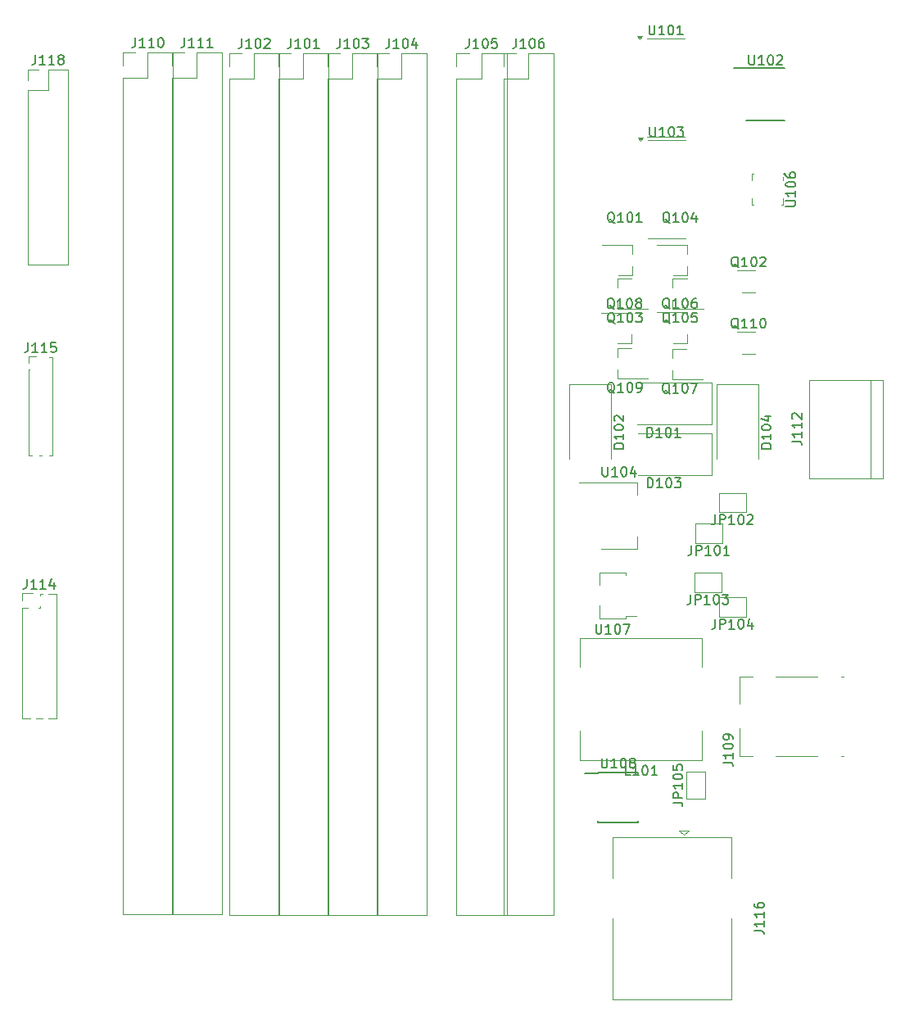
<source format=gbr>
%TF.GenerationSoftware,KiCad,Pcbnew,8.0.0-rc2-429-g037f349585*%
%TF.CreationDate,2024-02-09T22:22:20+01:00*%
%TF.ProjectId,xDuinoRail-Protoboard,78447569-6e6f-4526-9169-6c2d50726f74,rev?*%
%TF.SameCoordinates,Original*%
%TF.FileFunction,Legend,Top*%
%TF.FilePolarity,Positive*%
%FSLAX46Y46*%
G04 Gerber Fmt 4.6, Leading zero omitted, Abs format (unit mm)*
G04 Created by KiCad (PCBNEW 8.0.0-rc2-429-g037f349585) date 2024-02-09 22:22:20*
%MOMM*%
%LPD*%
G01*
G04 APERTURE LIST*
%ADD10C,0.150000*%
%ADD11C,0.120000*%
G04 APERTURE END LIST*
D10*
X150599819Y-128150714D02*
X151314104Y-128150714D01*
X151314104Y-128150714D02*
X151456961Y-128198333D01*
X151456961Y-128198333D02*
X151552200Y-128293571D01*
X151552200Y-128293571D02*
X151599819Y-128436428D01*
X151599819Y-128436428D02*
X151599819Y-128531666D01*
X151599819Y-127674523D02*
X150599819Y-127674523D01*
X150599819Y-127674523D02*
X150599819Y-127293571D01*
X150599819Y-127293571D02*
X150647438Y-127198333D01*
X150647438Y-127198333D02*
X150695057Y-127150714D01*
X150695057Y-127150714D02*
X150790295Y-127103095D01*
X150790295Y-127103095D02*
X150933152Y-127103095D01*
X150933152Y-127103095D02*
X151028390Y-127150714D01*
X151028390Y-127150714D02*
X151076009Y-127198333D01*
X151076009Y-127198333D02*
X151123628Y-127293571D01*
X151123628Y-127293571D02*
X151123628Y-127674523D01*
X151599819Y-126150714D02*
X151599819Y-126722142D01*
X151599819Y-126436428D02*
X150599819Y-126436428D01*
X150599819Y-126436428D02*
X150742676Y-126531666D01*
X150742676Y-126531666D02*
X150837914Y-126626904D01*
X150837914Y-126626904D02*
X150885533Y-126722142D01*
X150599819Y-125531666D02*
X150599819Y-125436428D01*
X150599819Y-125436428D02*
X150647438Y-125341190D01*
X150647438Y-125341190D02*
X150695057Y-125293571D01*
X150695057Y-125293571D02*
X150790295Y-125245952D01*
X150790295Y-125245952D02*
X150980771Y-125198333D01*
X150980771Y-125198333D02*
X151218866Y-125198333D01*
X151218866Y-125198333D02*
X151409342Y-125245952D01*
X151409342Y-125245952D02*
X151504580Y-125293571D01*
X151504580Y-125293571D02*
X151552200Y-125341190D01*
X151552200Y-125341190D02*
X151599819Y-125436428D01*
X151599819Y-125436428D02*
X151599819Y-125531666D01*
X151599819Y-125531666D02*
X151552200Y-125626904D01*
X151552200Y-125626904D02*
X151504580Y-125674523D01*
X151504580Y-125674523D02*
X151409342Y-125722142D01*
X151409342Y-125722142D02*
X151218866Y-125769761D01*
X151218866Y-125769761D02*
X150980771Y-125769761D01*
X150980771Y-125769761D02*
X150790295Y-125722142D01*
X150790295Y-125722142D02*
X150695057Y-125674523D01*
X150695057Y-125674523D02*
X150647438Y-125626904D01*
X150647438Y-125626904D02*
X150599819Y-125531666D01*
X150599819Y-124293571D02*
X150599819Y-124769761D01*
X150599819Y-124769761D02*
X151076009Y-124817380D01*
X151076009Y-124817380D02*
X151028390Y-124769761D01*
X151028390Y-124769761D02*
X150980771Y-124674523D01*
X150980771Y-124674523D02*
X150980771Y-124436428D01*
X150980771Y-124436428D02*
X151028390Y-124341190D01*
X151028390Y-124341190D02*
X151076009Y-124293571D01*
X151076009Y-124293571D02*
X151171247Y-124245952D01*
X151171247Y-124245952D02*
X151409342Y-124245952D01*
X151409342Y-124245952D02*
X151504580Y-124293571D01*
X151504580Y-124293571D02*
X151552200Y-124341190D01*
X151552200Y-124341190D02*
X151599819Y-124436428D01*
X151599819Y-124436428D02*
X151599819Y-124674523D01*
X151599819Y-124674523D02*
X151552200Y-124769761D01*
X151552200Y-124769761D02*
X151504580Y-124817380D01*
X143225714Y-123589819D02*
X143225714Y-124399342D01*
X143225714Y-124399342D02*
X143273333Y-124494580D01*
X143273333Y-124494580D02*
X143320952Y-124542200D01*
X143320952Y-124542200D02*
X143416190Y-124589819D01*
X143416190Y-124589819D02*
X143606666Y-124589819D01*
X143606666Y-124589819D02*
X143701904Y-124542200D01*
X143701904Y-124542200D02*
X143749523Y-124494580D01*
X143749523Y-124494580D02*
X143797142Y-124399342D01*
X143797142Y-124399342D02*
X143797142Y-123589819D01*
X144797142Y-124589819D02*
X144225714Y-124589819D01*
X144511428Y-124589819D02*
X144511428Y-123589819D01*
X144511428Y-123589819D02*
X144416190Y-123732676D01*
X144416190Y-123732676D02*
X144320952Y-123827914D01*
X144320952Y-123827914D02*
X144225714Y-123875533D01*
X145416190Y-123589819D02*
X145511428Y-123589819D01*
X145511428Y-123589819D02*
X145606666Y-123637438D01*
X145606666Y-123637438D02*
X145654285Y-123685057D01*
X145654285Y-123685057D02*
X145701904Y-123780295D01*
X145701904Y-123780295D02*
X145749523Y-123970771D01*
X145749523Y-123970771D02*
X145749523Y-124208866D01*
X145749523Y-124208866D02*
X145701904Y-124399342D01*
X145701904Y-124399342D02*
X145654285Y-124494580D01*
X145654285Y-124494580D02*
X145606666Y-124542200D01*
X145606666Y-124542200D02*
X145511428Y-124589819D01*
X145511428Y-124589819D02*
X145416190Y-124589819D01*
X145416190Y-124589819D02*
X145320952Y-124542200D01*
X145320952Y-124542200D02*
X145273333Y-124494580D01*
X145273333Y-124494580D02*
X145225714Y-124399342D01*
X145225714Y-124399342D02*
X145178095Y-124208866D01*
X145178095Y-124208866D02*
X145178095Y-123970771D01*
X145178095Y-123970771D02*
X145225714Y-123780295D01*
X145225714Y-123780295D02*
X145273333Y-123685057D01*
X145273333Y-123685057D02*
X145320952Y-123637438D01*
X145320952Y-123637438D02*
X145416190Y-123589819D01*
X146320952Y-124018390D02*
X146225714Y-123970771D01*
X146225714Y-123970771D02*
X146178095Y-123923152D01*
X146178095Y-123923152D02*
X146130476Y-123827914D01*
X146130476Y-123827914D02*
X146130476Y-123780295D01*
X146130476Y-123780295D02*
X146178095Y-123685057D01*
X146178095Y-123685057D02*
X146225714Y-123637438D01*
X146225714Y-123637438D02*
X146320952Y-123589819D01*
X146320952Y-123589819D02*
X146511428Y-123589819D01*
X146511428Y-123589819D02*
X146606666Y-123637438D01*
X146606666Y-123637438D02*
X146654285Y-123685057D01*
X146654285Y-123685057D02*
X146701904Y-123780295D01*
X146701904Y-123780295D02*
X146701904Y-123827914D01*
X146701904Y-123827914D02*
X146654285Y-123923152D01*
X146654285Y-123923152D02*
X146606666Y-123970771D01*
X146606666Y-123970771D02*
X146511428Y-124018390D01*
X146511428Y-124018390D02*
X146320952Y-124018390D01*
X146320952Y-124018390D02*
X146225714Y-124066009D01*
X146225714Y-124066009D02*
X146178095Y-124113628D01*
X146178095Y-124113628D02*
X146130476Y-124208866D01*
X146130476Y-124208866D02*
X146130476Y-124399342D01*
X146130476Y-124399342D02*
X146178095Y-124494580D01*
X146178095Y-124494580D02*
X146225714Y-124542200D01*
X146225714Y-124542200D02*
X146320952Y-124589819D01*
X146320952Y-124589819D02*
X146511428Y-124589819D01*
X146511428Y-124589819D02*
X146606666Y-124542200D01*
X146606666Y-124542200D02*
X146654285Y-124494580D01*
X146654285Y-124494580D02*
X146701904Y-124399342D01*
X146701904Y-124399342D02*
X146701904Y-124208866D01*
X146701904Y-124208866D02*
X146654285Y-124113628D01*
X146654285Y-124113628D02*
X146606666Y-124066009D01*
X146606666Y-124066009D02*
X146511428Y-124018390D01*
X146200952Y-125329819D02*
X145724762Y-125329819D01*
X145724762Y-125329819D02*
X145724762Y-124329819D01*
X147058095Y-125329819D02*
X146486667Y-125329819D01*
X146772381Y-125329819D02*
X146772381Y-124329819D01*
X146772381Y-124329819D02*
X146677143Y-124472676D01*
X146677143Y-124472676D02*
X146581905Y-124567914D01*
X146581905Y-124567914D02*
X146486667Y-124615533D01*
X147677143Y-124329819D02*
X147772381Y-124329819D01*
X147772381Y-124329819D02*
X147867619Y-124377438D01*
X147867619Y-124377438D02*
X147915238Y-124425057D01*
X147915238Y-124425057D02*
X147962857Y-124520295D01*
X147962857Y-124520295D02*
X148010476Y-124710771D01*
X148010476Y-124710771D02*
X148010476Y-124948866D01*
X148010476Y-124948866D02*
X147962857Y-125139342D01*
X147962857Y-125139342D02*
X147915238Y-125234580D01*
X147915238Y-125234580D02*
X147867619Y-125282200D01*
X147867619Y-125282200D02*
X147772381Y-125329819D01*
X147772381Y-125329819D02*
X147677143Y-125329819D01*
X147677143Y-125329819D02*
X147581905Y-125282200D01*
X147581905Y-125282200D02*
X147534286Y-125234580D01*
X147534286Y-125234580D02*
X147486667Y-125139342D01*
X147486667Y-125139342D02*
X147439048Y-124948866D01*
X147439048Y-124948866D02*
X147439048Y-124710771D01*
X147439048Y-124710771D02*
X147486667Y-124520295D01*
X147486667Y-124520295D02*
X147534286Y-124425057D01*
X147534286Y-124425057D02*
X147581905Y-124377438D01*
X147581905Y-124377438D02*
X147677143Y-124329819D01*
X148962857Y-125329819D02*
X148391429Y-125329819D01*
X148677143Y-125329819D02*
X148677143Y-124329819D01*
X148677143Y-124329819D02*
X148581905Y-124472676D01*
X148581905Y-124472676D02*
X148486667Y-124567914D01*
X148486667Y-124567914D02*
X148391429Y-124615533D01*
X84709285Y-50894819D02*
X84709285Y-51609104D01*
X84709285Y-51609104D02*
X84661666Y-51751961D01*
X84661666Y-51751961D02*
X84566428Y-51847200D01*
X84566428Y-51847200D02*
X84423571Y-51894819D01*
X84423571Y-51894819D02*
X84328333Y-51894819D01*
X85709285Y-51894819D02*
X85137857Y-51894819D01*
X85423571Y-51894819D02*
X85423571Y-50894819D01*
X85423571Y-50894819D02*
X85328333Y-51037676D01*
X85328333Y-51037676D02*
X85233095Y-51132914D01*
X85233095Y-51132914D02*
X85137857Y-51180533D01*
X86661666Y-51894819D02*
X86090238Y-51894819D01*
X86375952Y-51894819D02*
X86375952Y-50894819D01*
X86375952Y-50894819D02*
X86280714Y-51037676D01*
X86280714Y-51037676D02*
X86185476Y-51132914D01*
X86185476Y-51132914D02*
X86090238Y-51180533D01*
X87233095Y-51323390D02*
X87137857Y-51275771D01*
X87137857Y-51275771D02*
X87090238Y-51228152D01*
X87090238Y-51228152D02*
X87042619Y-51132914D01*
X87042619Y-51132914D02*
X87042619Y-51085295D01*
X87042619Y-51085295D02*
X87090238Y-50990057D01*
X87090238Y-50990057D02*
X87137857Y-50942438D01*
X87137857Y-50942438D02*
X87233095Y-50894819D01*
X87233095Y-50894819D02*
X87423571Y-50894819D01*
X87423571Y-50894819D02*
X87518809Y-50942438D01*
X87518809Y-50942438D02*
X87566428Y-50990057D01*
X87566428Y-50990057D02*
X87614047Y-51085295D01*
X87614047Y-51085295D02*
X87614047Y-51132914D01*
X87614047Y-51132914D02*
X87566428Y-51228152D01*
X87566428Y-51228152D02*
X87518809Y-51275771D01*
X87518809Y-51275771D02*
X87423571Y-51323390D01*
X87423571Y-51323390D02*
X87233095Y-51323390D01*
X87233095Y-51323390D02*
X87137857Y-51371009D01*
X87137857Y-51371009D02*
X87090238Y-51418628D01*
X87090238Y-51418628D02*
X87042619Y-51513866D01*
X87042619Y-51513866D02*
X87042619Y-51704342D01*
X87042619Y-51704342D02*
X87090238Y-51799580D01*
X87090238Y-51799580D02*
X87137857Y-51847200D01*
X87137857Y-51847200D02*
X87233095Y-51894819D01*
X87233095Y-51894819D02*
X87423571Y-51894819D01*
X87423571Y-51894819D02*
X87518809Y-51847200D01*
X87518809Y-51847200D02*
X87566428Y-51799580D01*
X87566428Y-51799580D02*
X87614047Y-51704342D01*
X87614047Y-51704342D02*
X87614047Y-51513866D01*
X87614047Y-51513866D02*
X87566428Y-51418628D01*
X87566428Y-51418628D02*
X87518809Y-51371009D01*
X87518809Y-51371009D02*
X87423571Y-51323390D01*
X155794819Y-124005714D02*
X156509104Y-124005714D01*
X156509104Y-124005714D02*
X156651961Y-124053333D01*
X156651961Y-124053333D02*
X156747200Y-124148571D01*
X156747200Y-124148571D02*
X156794819Y-124291428D01*
X156794819Y-124291428D02*
X156794819Y-124386666D01*
X156794819Y-123005714D02*
X156794819Y-123577142D01*
X156794819Y-123291428D02*
X155794819Y-123291428D01*
X155794819Y-123291428D02*
X155937676Y-123386666D01*
X155937676Y-123386666D02*
X156032914Y-123481904D01*
X156032914Y-123481904D02*
X156080533Y-123577142D01*
X155794819Y-122386666D02*
X155794819Y-122291428D01*
X155794819Y-122291428D02*
X155842438Y-122196190D01*
X155842438Y-122196190D02*
X155890057Y-122148571D01*
X155890057Y-122148571D02*
X155985295Y-122100952D01*
X155985295Y-122100952D02*
X156175771Y-122053333D01*
X156175771Y-122053333D02*
X156413866Y-122053333D01*
X156413866Y-122053333D02*
X156604342Y-122100952D01*
X156604342Y-122100952D02*
X156699580Y-122148571D01*
X156699580Y-122148571D02*
X156747200Y-122196190D01*
X156747200Y-122196190D02*
X156794819Y-122291428D01*
X156794819Y-122291428D02*
X156794819Y-122386666D01*
X156794819Y-122386666D02*
X156747200Y-122481904D01*
X156747200Y-122481904D02*
X156699580Y-122529523D01*
X156699580Y-122529523D02*
X156604342Y-122577142D01*
X156604342Y-122577142D02*
X156413866Y-122624761D01*
X156413866Y-122624761D02*
X156175771Y-122624761D01*
X156175771Y-122624761D02*
X155985295Y-122577142D01*
X155985295Y-122577142D02*
X155890057Y-122529523D01*
X155890057Y-122529523D02*
X155842438Y-122481904D01*
X155842438Y-122481904D02*
X155794819Y-122386666D01*
X156794819Y-121577142D02*
X156794819Y-121386666D01*
X156794819Y-121386666D02*
X156747200Y-121291428D01*
X156747200Y-121291428D02*
X156699580Y-121243809D01*
X156699580Y-121243809D02*
X156556723Y-121148571D01*
X156556723Y-121148571D02*
X156366247Y-121100952D01*
X156366247Y-121100952D02*
X155985295Y-121100952D01*
X155985295Y-121100952D02*
X155890057Y-121148571D01*
X155890057Y-121148571D02*
X155842438Y-121196190D01*
X155842438Y-121196190D02*
X155794819Y-121291428D01*
X155794819Y-121291428D02*
X155794819Y-121481904D01*
X155794819Y-121481904D02*
X155842438Y-121577142D01*
X155842438Y-121577142D02*
X155890057Y-121624761D01*
X155890057Y-121624761D02*
X155985295Y-121672380D01*
X155985295Y-121672380D02*
X156223390Y-121672380D01*
X156223390Y-121672380D02*
X156318628Y-121624761D01*
X156318628Y-121624761D02*
X156366247Y-121577142D01*
X156366247Y-121577142D02*
X156413866Y-121481904D01*
X156413866Y-121481904D02*
X156413866Y-121291428D01*
X156413866Y-121291428D02*
X156366247Y-121196190D01*
X156366247Y-121196190D02*
X156318628Y-121148571D01*
X156318628Y-121148571D02*
X156223390Y-121100952D01*
X147939524Y-90394819D02*
X147939524Y-89394819D01*
X147939524Y-89394819D02*
X148177619Y-89394819D01*
X148177619Y-89394819D02*
X148320476Y-89442438D01*
X148320476Y-89442438D02*
X148415714Y-89537676D01*
X148415714Y-89537676D02*
X148463333Y-89632914D01*
X148463333Y-89632914D02*
X148510952Y-89823390D01*
X148510952Y-89823390D02*
X148510952Y-89966247D01*
X148510952Y-89966247D02*
X148463333Y-90156723D01*
X148463333Y-90156723D02*
X148415714Y-90251961D01*
X148415714Y-90251961D02*
X148320476Y-90347200D01*
X148320476Y-90347200D02*
X148177619Y-90394819D01*
X148177619Y-90394819D02*
X147939524Y-90394819D01*
X149463333Y-90394819D02*
X148891905Y-90394819D01*
X149177619Y-90394819D02*
X149177619Y-89394819D01*
X149177619Y-89394819D02*
X149082381Y-89537676D01*
X149082381Y-89537676D02*
X148987143Y-89632914D01*
X148987143Y-89632914D02*
X148891905Y-89680533D01*
X150082381Y-89394819D02*
X150177619Y-89394819D01*
X150177619Y-89394819D02*
X150272857Y-89442438D01*
X150272857Y-89442438D02*
X150320476Y-89490057D01*
X150320476Y-89490057D02*
X150368095Y-89585295D01*
X150368095Y-89585295D02*
X150415714Y-89775771D01*
X150415714Y-89775771D02*
X150415714Y-90013866D01*
X150415714Y-90013866D02*
X150368095Y-90204342D01*
X150368095Y-90204342D02*
X150320476Y-90299580D01*
X150320476Y-90299580D02*
X150272857Y-90347200D01*
X150272857Y-90347200D02*
X150177619Y-90394819D01*
X150177619Y-90394819D02*
X150082381Y-90394819D01*
X150082381Y-90394819D02*
X149987143Y-90347200D01*
X149987143Y-90347200D02*
X149939524Y-90299580D01*
X149939524Y-90299580D02*
X149891905Y-90204342D01*
X149891905Y-90204342D02*
X149844286Y-90013866D01*
X149844286Y-90013866D02*
X149844286Y-89775771D01*
X149844286Y-89775771D02*
X149891905Y-89585295D01*
X149891905Y-89585295D02*
X149939524Y-89490057D01*
X149939524Y-89490057D02*
X149987143Y-89442438D01*
X149987143Y-89442438D02*
X150082381Y-89394819D01*
X151368095Y-90394819D02*
X150796667Y-90394819D01*
X151082381Y-90394819D02*
X151082381Y-89394819D01*
X151082381Y-89394819D02*
X150987143Y-89537676D01*
X150987143Y-89537676D02*
X150891905Y-89632914D01*
X150891905Y-89632914D02*
X150796667Y-89680533D01*
X106029285Y-49194819D02*
X106029285Y-49909104D01*
X106029285Y-49909104D02*
X105981666Y-50051961D01*
X105981666Y-50051961D02*
X105886428Y-50147200D01*
X105886428Y-50147200D02*
X105743571Y-50194819D01*
X105743571Y-50194819D02*
X105648333Y-50194819D01*
X107029285Y-50194819D02*
X106457857Y-50194819D01*
X106743571Y-50194819D02*
X106743571Y-49194819D01*
X106743571Y-49194819D02*
X106648333Y-49337676D01*
X106648333Y-49337676D02*
X106553095Y-49432914D01*
X106553095Y-49432914D02*
X106457857Y-49480533D01*
X107648333Y-49194819D02*
X107743571Y-49194819D01*
X107743571Y-49194819D02*
X107838809Y-49242438D01*
X107838809Y-49242438D02*
X107886428Y-49290057D01*
X107886428Y-49290057D02*
X107934047Y-49385295D01*
X107934047Y-49385295D02*
X107981666Y-49575771D01*
X107981666Y-49575771D02*
X107981666Y-49813866D01*
X107981666Y-49813866D02*
X107934047Y-50004342D01*
X107934047Y-50004342D02*
X107886428Y-50099580D01*
X107886428Y-50099580D02*
X107838809Y-50147200D01*
X107838809Y-50147200D02*
X107743571Y-50194819D01*
X107743571Y-50194819D02*
X107648333Y-50194819D01*
X107648333Y-50194819D02*
X107553095Y-50147200D01*
X107553095Y-50147200D02*
X107505476Y-50099580D01*
X107505476Y-50099580D02*
X107457857Y-50004342D01*
X107457857Y-50004342D02*
X107410238Y-49813866D01*
X107410238Y-49813866D02*
X107410238Y-49575771D01*
X107410238Y-49575771D02*
X107457857Y-49385295D01*
X107457857Y-49385295D02*
X107505476Y-49290057D01*
X107505476Y-49290057D02*
X107553095Y-49242438D01*
X107553095Y-49242438D02*
X107648333Y-49194819D01*
X108362619Y-49290057D02*
X108410238Y-49242438D01*
X108410238Y-49242438D02*
X108505476Y-49194819D01*
X108505476Y-49194819D02*
X108743571Y-49194819D01*
X108743571Y-49194819D02*
X108838809Y-49242438D01*
X108838809Y-49242438D02*
X108886428Y-49290057D01*
X108886428Y-49290057D02*
X108934047Y-49385295D01*
X108934047Y-49385295D02*
X108934047Y-49480533D01*
X108934047Y-49480533D02*
X108886428Y-49623390D01*
X108886428Y-49623390D02*
X108315000Y-50194819D01*
X108315000Y-50194819D02*
X108934047Y-50194819D01*
X83804285Y-105074819D02*
X83804285Y-105789104D01*
X83804285Y-105789104D02*
X83756666Y-105931961D01*
X83756666Y-105931961D02*
X83661428Y-106027200D01*
X83661428Y-106027200D02*
X83518571Y-106074819D01*
X83518571Y-106074819D02*
X83423333Y-106074819D01*
X84804285Y-106074819D02*
X84232857Y-106074819D01*
X84518571Y-106074819D02*
X84518571Y-105074819D01*
X84518571Y-105074819D02*
X84423333Y-105217676D01*
X84423333Y-105217676D02*
X84328095Y-105312914D01*
X84328095Y-105312914D02*
X84232857Y-105360533D01*
X85756666Y-106074819D02*
X85185238Y-106074819D01*
X85470952Y-106074819D02*
X85470952Y-105074819D01*
X85470952Y-105074819D02*
X85375714Y-105217676D01*
X85375714Y-105217676D02*
X85280476Y-105312914D01*
X85280476Y-105312914D02*
X85185238Y-105360533D01*
X86613809Y-105408152D02*
X86613809Y-106074819D01*
X86375714Y-105027200D02*
X86137619Y-105741485D01*
X86137619Y-105741485D02*
X86756666Y-105741485D01*
X150270480Y-85915057D02*
X150175242Y-85867438D01*
X150175242Y-85867438D02*
X150080004Y-85772200D01*
X150080004Y-85772200D02*
X149937147Y-85629342D01*
X149937147Y-85629342D02*
X149841909Y-85581723D01*
X149841909Y-85581723D02*
X149746671Y-85581723D01*
X149794290Y-85819819D02*
X149699052Y-85772200D01*
X149699052Y-85772200D02*
X149603814Y-85676961D01*
X149603814Y-85676961D02*
X149556195Y-85486485D01*
X149556195Y-85486485D02*
X149556195Y-85153152D01*
X149556195Y-85153152D02*
X149603814Y-84962676D01*
X149603814Y-84962676D02*
X149699052Y-84867438D01*
X149699052Y-84867438D02*
X149794290Y-84819819D01*
X149794290Y-84819819D02*
X149984766Y-84819819D01*
X149984766Y-84819819D02*
X150080004Y-84867438D01*
X150080004Y-84867438D02*
X150175242Y-84962676D01*
X150175242Y-84962676D02*
X150222861Y-85153152D01*
X150222861Y-85153152D02*
X150222861Y-85486485D01*
X150222861Y-85486485D02*
X150175242Y-85676961D01*
X150175242Y-85676961D02*
X150080004Y-85772200D01*
X150080004Y-85772200D02*
X149984766Y-85819819D01*
X149984766Y-85819819D02*
X149794290Y-85819819D01*
X151175242Y-85819819D02*
X150603814Y-85819819D01*
X150889528Y-85819819D02*
X150889528Y-84819819D01*
X150889528Y-84819819D02*
X150794290Y-84962676D01*
X150794290Y-84962676D02*
X150699052Y-85057914D01*
X150699052Y-85057914D02*
X150603814Y-85105533D01*
X151794290Y-84819819D02*
X151889528Y-84819819D01*
X151889528Y-84819819D02*
X151984766Y-84867438D01*
X151984766Y-84867438D02*
X152032385Y-84915057D01*
X152032385Y-84915057D02*
X152080004Y-85010295D01*
X152080004Y-85010295D02*
X152127623Y-85200771D01*
X152127623Y-85200771D02*
X152127623Y-85438866D01*
X152127623Y-85438866D02*
X152080004Y-85629342D01*
X152080004Y-85629342D02*
X152032385Y-85724580D01*
X152032385Y-85724580D02*
X151984766Y-85772200D01*
X151984766Y-85772200D02*
X151889528Y-85819819D01*
X151889528Y-85819819D02*
X151794290Y-85819819D01*
X151794290Y-85819819D02*
X151699052Y-85772200D01*
X151699052Y-85772200D02*
X151651433Y-85724580D01*
X151651433Y-85724580D02*
X151603814Y-85629342D01*
X151603814Y-85629342D02*
X151556195Y-85438866D01*
X151556195Y-85438866D02*
X151556195Y-85200771D01*
X151556195Y-85200771D02*
X151603814Y-85010295D01*
X151603814Y-85010295D02*
X151651433Y-84915057D01*
X151651433Y-84915057D02*
X151699052Y-84867438D01*
X151699052Y-84867438D02*
X151794290Y-84819819D01*
X152460957Y-84819819D02*
X153127623Y-84819819D01*
X153127623Y-84819819D02*
X152699052Y-85819819D01*
X160749819Y-91585475D02*
X159749819Y-91585475D01*
X159749819Y-91585475D02*
X159749819Y-91347380D01*
X159749819Y-91347380D02*
X159797438Y-91204523D01*
X159797438Y-91204523D02*
X159892676Y-91109285D01*
X159892676Y-91109285D02*
X159987914Y-91061666D01*
X159987914Y-91061666D02*
X160178390Y-91014047D01*
X160178390Y-91014047D02*
X160321247Y-91014047D01*
X160321247Y-91014047D02*
X160511723Y-91061666D01*
X160511723Y-91061666D02*
X160606961Y-91109285D01*
X160606961Y-91109285D02*
X160702200Y-91204523D01*
X160702200Y-91204523D02*
X160749819Y-91347380D01*
X160749819Y-91347380D02*
X160749819Y-91585475D01*
X160749819Y-90061666D02*
X160749819Y-90633094D01*
X160749819Y-90347380D02*
X159749819Y-90347380D01*
X159749819Y-90347380D02*
X159892676Y-90442618D01*
X159892676Y-90442618D02*
X159987914Y-90537856D01*
X159987914Y-90537856D02*
X160035533Y-90633094D01*
X159749819Y-89442618D02*
X159749819Y-89347380D01*
X159749819Y-89347380D02*
X159797438Y-89252142D01*
X159797438Y-89252142D02*
X159845057Y-89204523D01*
X159845057Y-89204523D02*
X159940295Y-89156904D01*
X159940295Y-89156904D02*
X160130771Y-89109285D01*
X160130771Y-89109285D02*
X160368866Y-89109285D01*
X160368866Y-89109285D02*
X160559342Y-89156904D01*
X160559342Y-89156904D02*
X160654580Y-89204523D01*
X160654580Y-89204523D02*
X160702200Y-89252142D01*
X160702200Y-89252142D02*
X160749819Y-89347380D01*
X160749819Y-89347380D02*
X160749819Y-89442618D01*
X160749819Y-89442618D02*
X160702200Y-89537856D01*
X160702200Y-89537856D02*
X160654580Y-89585475D01*
X160654580Y-89585475D02*
X160559342Y-89633094D01*
X160559342Y-89633094D02*
X160368866Y-89680713D01*
X160368866Y-89680713D02*
X160130771Y-89680713D01*
X160130771Y-89680713D02*
X159940295Y-89633094D01*
X159940295Y-89633094D02*
X159845057Y-89585475D01*
X159845057Y-89585475D02*
X159797438Y-89537856D01*
X159797438Y-89537856D02*
X159749819Y-89442618D01*
X160083152Y-88252142D02*
X160749819Y-88252142D01*
X159702200Y-88490237D02*
X160416485Y-88728332D01*
X160416485Y-88728332D02*
X160416485Y-88109285D01*
X111109285Y-49194819D02*
X111109285Y-49909104D01*
X111109285Y-49909104D02*
X111061666Y-50051961D01*
X111061666Y-50051961D02*
X110966428Y-50147200D01*
X110966428Y-50147200D02*
X110823571Y-50194819D01*
X110823571Y-50194819D02*
X110728333Y-50194819D01*
X112109285Y-50194819D02*
X111537857Y-50194819D01*
X111823571Y-50194819D02*
X111823571Y-49194819D01*
X111823571Y-49194819D02*
X111728333Y-49337676D01*
X111728333Y-49337676D02*
X111633095Y-49432914D01*
X111633095Y-49432914D02*
X111537857Y-49480533D01*
X112728333Y-49194819D02*
X112823571Y-49194819D01*
X112823571Y-49194819D02*
X112918809Y-49242438D01*
X112918809Y-49242438D02*
X112966428Y-49290057D01*
X112966428Y-49290057D02*
X113014047Y-49385295D01*
X113014047Y-49385295D02*
X113061666Y-49575771D01*
X113061666Y-49575771D02*
X113061666Y-49813866D01*
X113061666Y-49813866D02*
X113014047Y-50004342D01*
X113014047Y-50004342D02*
X112966428Y-50099580D01*
X112966428Y-50099580D02*
X112918809Y-50147200D01*
X112918809Y-50147200D02*
X112823571Y-50194819D01*
X112823571Y-50194819D02*
X112728333Y-50194819D01*
X112728333Y-50194819D02*
X112633095Y-50147200D01*
X112633095Y-50147200D02*
X112585476Y-50099580D01*
X112585476Y-50099580D02*
X112537857Y-50004342D01*
X112537857Y-50004342D02*
X112490238Y-49813866D01*
X112490238Y-49813866D02*
X112490238Y-49575771D01*
X112490238Y-49575771D02*
X112537857Y-49385295D01*
X112537857Y-49385295D02*
X112585476Y-49290057D01*
X112585476Y-49290057D02*
X112633095Y-49242438D01*
X112633095Y-49242438D02*
X112728333Y-49194819D01*
X114014047Y-50194819D02*
X113442619Y-50194819D01*
X113728333Y-50194819D02*
X113728333Y-49194819D01*
X113728333Y-49194819D02*
X113633095Y-49337676D01*
X113633095Y-49337676D02*
X113537857Y-49432914D01*
X113537857Y-49432914D02*
X113442619Y-49480533D01*
X157387380Y-79210057D02*
X157292142Y-79162438D01*
X157292142Y-79162438D02*
X157196904Y-79067200D01*
X157196904Y-79067200D02*
X157054047Y-78924342D01*
X157054047Y-78924342D02*
X156958809Y-78876723D01*
X156958809Y-78876723D02*
X156863571Y-78876723D01*
X156911190Y-79114819D02*
X156815952Y-79067200D01*
X156815952Y-79067200D02*
X156720714Y-78971961D01*
X156720714Y-78971961D02*
X156673095Y-78781485D01*
X156673095Y-78781485D02*
X156673095Y-78448152D01*
X156673095Y-78448152D02*
X156720714Y-78257676D01*
X156720714Y-78257676D02*
X156815952Y-78162438D01*
X156815952Y-78162438D02*
X156911190Y-78114819D01*
X156911190Y-78114819D02*
X157101666Y-78114819D01*
X157101666Y-78114819D02*
X157196904Y-78162438D01*
X157196904Y-78162438D02*
X157292142Y-78257676D01*
X157292142Y-78257676D02*
X157339761Y-78448152D01*
X157339761Y-78448152D02*
X157339761Y-78781485D01*
X157339761Y-78781485D02*
X157292142Y-78971961D01*
X157292142Y-78971961D02*
X157196904Y-79067200D01*
X157196904Y-79067200D02*
X157101666Y-79114819D01*
X157101666Y-79114819D02*
X156911190Y-79114819D01*
X158292142Y-79114819D02*
X157720714Y-79114819D01*
X158006428Y-79114819D02*
X158006428Y-78114819D01*
X158006428Y-78114819D02*
X157911190Y-78257676D01*
X157911190Y-78257676D02*
X157815952Y-78352914D01*
X157815952Y-78352914D02*
X157720714Y-78400533D01*
X159244523Y-79114819D02*
X158673095Y-79114819D01*
X158958809Y-79114819D02*
X158958809Y-78114819D01*
X158958809Y-78114819D02*
X158863571Y-78257676D01*
X158863571Y-78257676D02*
X158768333Y-78352914D01*
X158768333Y-78352914D02*
X158673095Y-78400533D01*
X159863571Y-78114819D02*
X159958809Y-78114819D01*
X159958809Y-78114819D02*
X160054047Y-78162438D01*
X160054047Y-78162438D02*
X160101666Y-78210057D01*
X160101666Y-78210057D02*
X160149285Y-78305295D01*
X160149285Y-78305295D02*
X160196904Y-78495771D01*
X160196904Y-78495771D02*
X160196904Y-78733866D01*
X160196904Y-78733866D02*
X160149285Y-78924342D01*
X160149285Y-78924342D02*
X160101666Y-79019580D01*
X160101666Y-79019580D02*
X160054047Y-79067200D01*
X160054047Y-79067200D02*
X159958809Y-79114819D01*
X159958809Y-79114819D02*
X159863571Y-79114819D01*
X159863571Y-79114819D02*
X159768333Y-79067200D01*
X159768333Y-79067200D02*
X159720714Y-79019580D01*
X159720714Y-79019580D02*
X159673095Y-78924342D01*
X159673095Y-78924342D02*
X159625476Y-78733866D01*
X159625476Y-78733866D02*
X159625476Y-78495771D01*
X159625476Y-78495771D02*
X159673095Y-78305295D01*
X159673095Y-78305295D02*
X159720714Y-78210057D01*
X159720714Y-78210057D02*
X159768333Y-78162438D01*
X159768333Y-78162438D02*
X159863571Y-78114819D01*
X162889319Y-90826314D02*
X163603604Y-90826314D01*
X163603604Y-90826314D02*
X163746461Y-90873933D01*
X163746461Y-90873933D02*
X163841700Y-90969171D01*
X163841700Y-90969171D02*
X163889319Y-91112028D01*
X163889319Y-91112028D02*
X163889319Y-91207266D01*
X163889319Y-89826314D02*
X163889319Y-90397742D01*
X163889319Y-90112028D02*
X162889319Y-90112028D01*
X162889319Y-90112028D02*
X163032176Y-90207266D01*
X163032176Y-90207266D02*
X163127414Y-90302504D01*
X163127414Y-90302504D02*
X163175033Y-90397742D01*
X163889319Y-88873933D02*
X163889319Y-89445361D01*
X163889319Y-89159647D02*
X162889319Y-89159647D01*
X162889319Y-89159647D02*
X163032176Y-89254885D01*
X163032176Y-89254885D02*
X163127414Y-89350123D01*
X163127414Y-89350123D02*
X163175033Y-89445361D01*
X162984557Y-88492980D02*
X162936938Y-88445361D01*
X162936938Y-88445361D02*
X162889319Y-88350123D01*
X162889319Y-88350123D02*
X162889319Y-88112028D01*
X162889319Y-88112028D02*
X162936938Y-88016790D01*
X162936938Y-88016790D02*
X162984557Y-87969171D01*
X162984557Y-87969171D02*
X163079795Y-87921552D01*
X163079795Y-87921552D02*
X163175033Y-87921552D01*
X163175033Y-87921552D02*
X163317890Y-87969171D01*
X163317890Y-87969171D02*
X163889319Y-88540599D01*
X163889319Y-88540599D02*
X163889319Y-87921552D01*
X150285580Y-77131657D02*
X150190342Y-77084038D01*
X150190342Y-77084038D02*
X150095104Y-76988800D01*
X150095104Y-76988800D02*
X149952247Y-76845942D01*
X149952247Y-76845942D02*
X149857009Y-76798323D01*
X149857009Y-76798323D02*
X149761771Y-76798323D01*
X149809390Y-77036419D02*
X149714152Y-76988800D01*
X149714152Y-76988800D02*
X149618914Y-76893561D01*
X149618914Y-76893561D02*
X149571295Y-76703085D01*
X149571295Y-76703085D02*
X149571295Y-76369752D01*
X149571295Y-76369752D02*
X149618914Y-76179276D01*
X149618914Y-76179276D02*
X149714152Y-76084038D01*
X149714152Y-76084038D02*
X149809390Y-76036419D01*
X149809390Y-76036419D02*
X149999866Y-76036419D01*
X149999866Y-76036419D02*
X150095104Y-76084038D01*
X150095104Y-76084038D02*
X150190342Y-76179276D01*
X150190342Y-76179276D02*
X150237961Y-76369752D01*
X150237961Y-76369752D02*
X150237961Y-76703085D01*
X150237961Y-76703085D02*
X150190342Y-76893561D01*
X150190342Y-76893561D02*
X150095104Y-76988800D01*
X150095104Y-76988800D02*
X149999866Y-77036419D01*
X149999866Y-77036419D02*
X149809390Y-77036419D01*
X151190342Y-77036419D02*
X150618914Y-77036419D01*
X150904628Y-77036419D02*
X150904628Y-76036419D01*
X150904628Y-76036419D02*
X150809390Y-76179276D01*
X150809390Y-76179276D02*
X150714152Y-76274514D01*
X150714152Y-76274514D02*
X150618914Y-76322133D01*
X151809390Y-76036419D02*
X151904628Y-76036419D01*
X151904628Y-76036419D02*
X151999866Y-76084038D01*
X151999866Y-76084038D02*
X152047485Y-76131657D01*
X152047485Y-76131657D02*
X152095104Y-76226895D01*
X152095104Y-76226895D02*
X152142723Y-76417371D01*
X152142723Y-76417371D02*
X152142723Y-76655466D01*
X152142723Y-76655466D02*
X152095104Y-76845942D01*
X152095104Y-76845942D02*
X152047485Y-76941180D01*
X152047485Y-76941180D02*
X151999866Y-76988800D01*
X151999866Y-76988800D02*
X151904628Y-77036419D01*
X151904628Y-77036419D02*
X151809390Y-77036419D01*
X151809390Y-77036419D02*
X151714152Y-76988800D01*
X151714152Y-76988800D02*
X151666533Y-76941180D01*
X151666533Y-76941180D02*
X151618914Y-76845942D01*
X151618914Y-76845942D02*
X151571295Y-76655466D01*
X151571295Y-76655466D02*
X151571295Y-76417371D01*
X151571295Y-76417371D02*
X151618914Y-76226895D01*
X151618914Y-76226895D02*
X151666533Y-76131657D01*
X151666533Y-76131657D02*
X151714152Y-76084038D01*
X151714152Y-76084038D02*
X151809390Y-76036419D01*
X152999866Y-76036419D02*
X152809390Y-76036419D01*
X152809390Y-76036419D02*
X152714152Y-76084038D01*
X152714152Y-76084038D02*
X152666533Y-76131657D01*
X152666533Y-76131657D02*
X152571295Y-76274514D01*
X152571295Y-76274514D02*
X152523676Y-76464990D01*
X152523676Y-76464990D02*
X152523676Y-76845942D01*
X152523676Y-76845942D02*
X152571295Y-76941180D01*
X152571295Y-76941180D02*
X152618914Y-76988800D01*
X152618914Y-76988800D02*
X152714152Y-77036419D01*
X152714152Y-77036419D02*
X152904628Y-77036419D01*
X152904628Y-77036419D02*
X152999866Y-76988800D01*
X152999866Y-76988800D02*
X153047485Y-76941180D01*
X153047485Y-76941180D02*
X153095104Y-76845942D01*
X153095104Y-76845942D02*
X153095104Y-76607847D01*
X153095104Y-76607847D02*
X153047485Y-76512609D01*
X153047485Y-76512609D02*
X152999866Y-76464990D01*
X152999866Y-76464990D02*
X152904628Y-76417371D01*
X152904628Y-76417371D02*
X152714152Y-76417371D01*
X152714152Y-76417371D02*
X152618914Y-76464990D01*
X152618914Y-76464990D02*
X152571295Y-76512609D01*
X152571295Y-76512609D02*
X152523676Y-76607847D01*
X142641214Y-109714219D02*
X142641214Y-110523742D01*
X142641214Y-110523742D02*
X142688833Y-110618980D01*
X142688833Y-110618980D02*
X142736452Y-110666600D01*
X142736452Y-110666600D02*
X142831690Y-110714219D01*
X142831690Y-110714219D02*
X143022166Y-110714219D01*
X143022166Y-110714219D02*
X143117404Y-110666600D01*
X143117404Y-110666600D02*
X143165023Y-110618980D01*
X143165023Y-110618980D02*
X143212642Y-110523742D01*
X143212642Y-110523742D02*
X143212642Y-109714219D01*
X144212642Y-110714219D02*
X143641214Y-110714219D01*
X143926928Y-110714219D02*
X143926928Y-109714219D01*
X143926928Y-109714219D02*
X143831690Y-109857076D01*
X143831690Y-109857076D02*
X143736452Y-109952314D01*
X143736452Y-109952314D02*
X143641214Y-109999933D01*
X144831690Y-109714219D02*
X144926928Y-109714219D01*
X144926928Y-109714219D02*
X145022166Y-109761838D01*
X145022166Y-109761838D02*
X145069785Y-109809457D01*
X145069785Y-109809457D02*
X145117404Y-109904695D01*
X145117404Y-109904695D02*
X145165023Y-110095171D01*
X145165023Y-110095171D02*
X145165023Y-110333266D01*
X145165023Y-110333266D02*
X145117404Y-110523742D01*
X145117404Y-110523742D02*
X145069785Y-110618980D01*
X145069785Y-110618980D02*
X145022166Y-110666600D01*
X145022166Y-110666600D02*
X144926928Y-110714219D01*
X144926928Y-110714219D02*
X144831690Y-110714219D01*
X144831690Y-110714219D02*
X144736452Y-110666600D01*
X144736452Y-110666600D02*
X144688833Y-110618980D01*
X144688833Y-110618980D02*
X144641214Y-110523742D01*
X144641214Y-110523742D02*
X144593595Y-110333266D01*
X144593595Y-110333266D02*
X144593595Y-110095171D01*
X144593595Y-110095171D02*
X144641214Y-109904695D01*
X144641214Y-109904695D02*
X144688833Y-109809457D01*
X144688833Y-109809457D02*
X144736452Y-109761838D01*
X144736452Y-109761838D02*
X144831690Y-109714219D01*
X145498357Y-109714219D02*
X146165023Y-109714219D01*
X146165023Y-109714219D02*
X145736452Y-110714219D01*
X116189285Y-49194819D02*
X116189285Y-49909104D01*
X116189285Y-49909104D02*
X116141666Y-50051961D01*
X116141666Y-50051961D02*
X116046428Y-50147200D01*
X116046428Y-50147200D02*
X115903571Y-50194819D01*
X115903571Y-50194819D02*
X115808333Y-50194819D01*
X117189285Y-50194819D02*
X116617857Y-50194819D01*
X116903571Y-50194819D02*
X116903571Y-49194819D01*
X116903571Y-49194819D02*
X116808333Y-49337676D01*
X116808333Y-49337676D02*
X116713095Y-49432914D01*
X116713095Y-49432914D02*
X116617857Y-49480533D01*
X117808333Y-49194819D02*
X117903571Y-49194819D01*
X117903571Y-49194819D02*
X117998809Y-49242438D01*
X117998809Y-49242438D02*
X118046428Y-49290057D01*
X118046428Y-49290057D02*
X118094047Y-49385295D01*
X118094047Y-49385295D02*
X118141666Y-49575771D01*
X118141666Y-49575771D02*
X118141666Y-49813866D01*
X118141666Y-49813866D02*
X118094047Y-50004342D01*
X118094047Y-50004342D02*
X118046428Y-50099580D01*
X118046428Y-50099580D02*
X117998809Y-50147200D01*
X117998809Y-50147200D02*
X117903571Y-50194819D01*
X117903571Y-50194819D02*
X117808333Y-50194819D01*
X117808333Y-50194819D02*
X117713095Y-50147200D01*
X117713095Y-50147200D02*
X117665476Y-50099580D01*
X117665476Y-50099580D02*
X117617857Y-50004342D01*
X117617857Y-50004342D02*
X117570238Y-49813866D01*
X117570238Y-49813866D02*
X117570238Y-49575771D01*
X117570238Y-49575771D02*
X117617857Y-49385295D01*
X117617857Y-49385295D02*
X117665476Y-49290057D01*
X117665476Y-49290057D02*
X117713095Y-49242438D01*
X117713095Y-49242438D02*
X117808333Y-49194819D01*
X118475000Y-49194819D02*
X119094047Y-49194819D01*
X119094047Y-49194819D02*
X118760714Y-49575771D01*
X118760714Y-49575771D02*
X118903571Y-49575771D01*
X118903571Y-49575771D02*
X118998809Y-49623390D01*
X118998809Y-49623390D02*
X119046428Y-49671009D01*
X119046428Y-49671009D02*
X119094047Y-49766247D01*
X119094047Y-49766247D02*
X119094047Y-50004342D01*
X119094047Y-50004342D02*
X119046428Y-50099580D01*
X119046428Y-50099580D02*
X118998809Y-50147200D01*
X118998809Y-50147200D02*
X118903571Y-50194819D01*
X118903571Y-50194819D02*
X118617857Y-50194819D01*
X118617857Y-50194819D02*
X118522619Y-50147200D01*
X118522619Y-50147200D02*
X118475000Y-50099580D01*
X144577580Y-85837157D02*
X144482342Y-85789538D01*
X144482342Y-85789538D02*
X144387104Y-85694300D01*
X144387104Y-85694300D02*
X144244247Y-85551442D01*
X144244247Y-85551442D02*
X144149009Y-85503823D01*
X144149009Y-85503823D02*
X144053771Y-85503823D01*
X144101390Y-85741919D02*
X144006152Y-85694300D01*
X144006152Y-85694300D02*
X143910914Y-85599061D01*
X143910914Y-85599061D02*
X143863295Y-85408585D01*
X143863295Y-85408585D02*
X143863295Y-85075252D01*
X143863295Y-85075252D02*
X143910914Y-84884776D01*
X143910914Y-84884776D02*
X144006152Y-84789538D01*
X144006152Y-84789538D02*
X144101390Y-84741919D01*
X144101390Y-84741919D02*
X144291866Y-84741919D01*
X144291866Y-84741919D02*
X144387104Y-84789538D01*
X144387104Y-84789538D02*
X144482342Y-84884776D01*
X144482342Y-84884776D02*
X144529961Y-85075252D01*
X144529961Y-85075252D02*
X144529961Y-85408585D01*
X144529961Y-85408585D02*
X144482342Y-85599061D01*
X144482342Y-85599061D02*
X144387104Y-85694300D01*
X144387104Y-85694300D02*
X144291866Y-85741919D01*
X144291866Y-85741919D02*
X144101390Y-85741919D01*
X145482342Y-85741919D02*
X144910914Y-85741919D01*
X145196628Y-85741919D02*
X145196628Y-84741919D01*
X145196628Y-84741919D02*
X145101390Y-84884776D01*
X145101390Y-84884776D02*
X145006152Y-84980014D01*
X145006152Y-84980014D02*
X144910914Y-85027633D01*
X146101390Y-84741919D02*
X146196628Y-84741919D01*
X146196628Y-84741919D02*
X146291866Y-84789538D01*
X146291866Y-84789538D02*
X146339485Y-84837157D01*
X146339485Y-84837157D02*
X146387104Y-84932395D01*
X146387104Y-84932395D02*
X146434723Y-85122871D01*
X146434723Y-85122871D02*
X146434723Y-85360966D01*
X146434723Y-85360966D02*
X146387104Y-85551442D01*
X146387104Y-85551442D02*
X146339485Y-85646680D01*
X146339485Y-85646680D02*
X146291866Y-85694300D01*
X146291866Y-85694300D02*
X146196628Y-85741919D01*
X146196628Y-85741919D02*
X146101390Y-85741919D01*
X146101390Y-85741919D02*
X146006152Y-85694300D01*
X146006152Y-85694300D02*
X145958533Y-85646680D01*
X145958533Y-85646680D02*
X145910914Y-85551442D01*
X145910914Y-85551442D02*
X145863295Y-85360966D01*
X145863295Y-85360966D02*
X145863295Y-85122871D01*
X145863295Y-85122871D02*
X145910914Y-84932395D01*
X145910914Y-84932395D02*
X145958533Y-84837157D01*
X145958533Y-84837157D02*
X146006152Y-84789538D01*
X146006152Y-84789538D02*
X146101390Y-84741919D01*
X146910914Y-85741919D02*
X147101390Y-85741919D01*
X147101390Y-85741919D02*
X147196628Y-85694300D01*
X147196628Y-85694300D02*
X147244247Y-85646680D01*
X147244247Y-85646680D02*
X147339485Y-85503823D01*
X147339485Y-85503823D02*
X147387104Y-85313347D01*
X147387104Y-85313347D02*
X147387104Y-84932395D01*
X147387104Y-84932395D02*
X147339485Y-84837157D01*
X147339485Y-84837157D02*
X147291866Y-84789538D01*
X147291866Y-84789538D02*
X147196628Y-84741919D01*
X147196628Y-84741919D02*
X147006152Y-84741919D01*
X147006152Y-84741919D02*
X146910914Y-84789538D01*
X146910914Y-84789538D02*
X146863295Y-84837157D01*
X146863295Y-84837157D02*
X146815676Y-84932395D01*
X146815676Y-84932395D02*
X146815676Y-85170490D01*
X146815676Y-85170490D02*
X146863295Y-85265728D01*
X146863295Y-85265728D02*
X146910914Y-85313347D01*
X146910914Y-85313347D02*
X147006152Y-85360966D01*
X147006152Y-85360966D02*
X147196628Y-85360966D01*
X147196628Y-85360966D02*
X147291866Y-85313347D01*
X147291866Y-85313347D02*
X147339485Y-85265728D01*
X147339485Y-85265728D02*
X147387104Y-85170490D01*
X148210714Y-58324819D02*
X148210714Y-59134342D01*
X148210714Y-59134342D02*
X148258333Y-59229580D01*
X148258333Y-59229580D02*
X148305952Y-59277200D01*
X148305952Y-59277200D02*
X148401190Y-59324819D01*
X148401190Y-59324819D02*
X148591666Y-59324819D01*
X148591666Y-59324819D02*
X148686904Y-59277200D01*
X148686904Y-59277200D02*
X148734523Y-59229580D01*
X148734523Y-59229580D02*
X148782142Y-59134342D01*
X148782142Y-59134342D02*
X148782142Y-58324819D01*
X149782142Y-59324819D02*
X149210714Y-59324819D01*
X149496428Y-59324819D02*
X149496428Y-58324819D01*
X149496428Y-58324819D02*
X149401190Y-58467676D01*
X149401190Y-58467676D02*
X149305952Y-58562914D01*
X149305952Y-58562914D02*
X149210714Y-58610533D01*
X150401190Y-58324819D02*
X150496428Y-58324819D01*
X150496428Y-58324819D02*
X150591666Y-58372438D01*
X150591666Y-58372438D02*
X150639285Y-58420057D01*
X150639285Y-58420057D02*
X150686904Y-58515295D01*
X150686904Y-58515295D02*
X150734523Y-58705771D01*
X150734523Y-58705771D02*
X150734523Y-58943866D01*
X150734523Y-58943866D02*
X150686904Y-59134342D01*
X150686904Y-59134342D02*
X150639285Y-59229580D01*
X150639285Y-59229580D02*
X150591666Y-59277200D01*
X150591666Y-59277200D02*
X150496428Y-59324819D01*
X150496428Y-59324819D02*
X150401190Y-59324819D01*
X150401190Y-59324819D02*
X150305952Y-59277200D01*
X150305952Y-59277200D02*
X150258333Y-59229580D01*
X150258333Y-59229580D02*
X150210714Y-59134342D01*
X150210714Y-59134342D02*
X150163095Y-58943866D01*
X150163095Y-58943866D02*
X150163095Y-58705771D01*
X150163095Y-58705771D02*
X150210714Y-58515295D01*
X150210714Y-58515295D02*
X150258333Y-58420057D01*
X150258333Y-58420057D02*
X150305952Y-58372438D01*
X150305952Y-58372438D02*
X150401190Y-58324819D01*
X151067857Y-58324819D02*
X151686904Y-58324819D01*
X151686904Y-58324819D02*
X151353571Y-58705771D01*
X151353571Y-58705771D02*
X151496428Y-58705771D01*
X151496428Y-58705771D02*
X151591666Y-58753390D01*
X151591666Y-58753390D02*
X151639285Y-58801009D01*
X151639285Y-58801009D02*
X151686904Y-58896247D01*
X151686904Y-58896247D02*
X151686904Y-59134342D01*
X151686904Y-59134342D02*
X151639285Y-59229580D01*
X151639285Y-59229580D02*
X151591666Y-59277200D01*
X151591666Y-59277200D02*
X151496428Y-59324819D01*
X151496428Y-59324819D02*
X151210714Y-59324819D01*
X151210714Y-59324819D02*
X151115476Y-59277200D01*
X151115476Y-59277200D02*
X151067857Y-59229580D01*
X152429285Y-106664819D02*
X152429285Y-107379104D01*
X152429285Y-107379104D02*
X152381666Y-107521961D01*
X152381666Y-107521961D02*
X152286428Y-107617200D01*
X152286428Y-107617200D02*
X152143571Y-107664819D01*
X152143571Y-107664819D02*
X152048333Y-107664819D01*
X152905476Y-107664819D02*
X152905476Y-106664819D01*
X152905476Y-106664819D02*
X153286428Y-106664819D01*
X153286428Y-106664819D02*
X153381666Y-106712438D01*
X153381666Y-106712438D02*
X153429285Y-106760057D01*
X153429285Y-106760057D02*
X153476904Y-106855295D01*
X153476904Y-106855295D02*
X153476904Y-106998152D01*
X153476904Y-106998152D02*
X153429285Y-107093390D01*
X153429285Y-107093390D02*
X153381666Y-107141009D01*
X153381666Y-107141009D02*
X153286428Y-107188628D01*
X153286428Y-107188628D02*
X152905476Y-107188628D01*
X154429285Y-107664819D02*
X153857857Y-107664819D01*
X154143571Y-107664819D02*
X154143571Y-106664819D01*
X154143571Y-106664819D02*
X154048333Y-106807676D01*
X154048333Y-106807676D02*
X153953095Y-106902914D01*
X153953095Y-106902914D02*
X153857857Y-106950533D01*
X155048333Y-106664819D02*
X155143571Y-106664819D01*
X155143571Y-106664819D02*
X155238809Y-106712438D01*
X155238809Y-106712438D02*
X155286428Y-106760057D01*
X155286428Y-106760057D02*
X155334047Y-106855295D01*
X155334047Y-106855295D02*
X155381666Y-107045771D01*
X155381666Y-107045771D02*
X155381666Y-107283866D01*
X155381666Y-107283866D02*
X155334047Y-107474342D01*
X155334047Y-107474342D02*
X155286428Y-107569580D01*
X155286428Y-107569580D02*
X155238809Y-107617200D01*
X155238809Y-107617200D02*
X155143571Y-107664819D01*
X155143571Y-107664819D02*
X155048333Y-107664819D01*
X155048333Y-107664819D02*
X154953095Y-107617200D01*
X154953095Y-107617200D02*
X154905476Y-107569580D01*
X154905476Y-107569580D02*
X154857857Y-107474342D01*
X154857857Y-107474342D02*
X154810238Y-107283866D01*
X154810238Y-107283866D02*
X154810238Y-107045771D01*
X154810238Y-107045771D02*
X154857857Y-106855295D01*
X154857857Y-106855295D02*
X154905476Y-106760057D01*
X154905476Y-106760057D02*
X154953095Y-106712438D01*
X154953095Y-106712438D02*
X155048333Y-106664819D01*
X155715000Y-106664819D02*
X156334047Y-106664819D01*
X156334047Y-106664819D02*
X156000714Y-107045771D01*
X156000714Y-107045771D02*
X156143571Y-107045771D01*
X156143571Y-107045771D02*
X156238809Y-107093390D01*
X156238809Y-107093390D02*
X156286428Y-107141009D01*
X156286428Y-107141009D02*
X156334047Y-107236247D01*
X156334047Y-107236247D02*
X156334047Y-107474342D01*
X156334047Y-107474342D02*
X156286428Y-107569580D01*
X156286428Y-107569580D02*
X156238809Y-107617200D01*
X156238809Y-107617200D02*
X156143571Y-107664819D01*
X156143571Y-107664819D02*
X155857857Y-107664819D01*
X155857857Y-107664819D02*
X155762619Y-107617200D01*
X155762619Y-107617200D02*
X155715000Y-107569580D01*
X148150714Y-47813019D02*
X148150714Y-48622542D01*
X148150714Y-48622542D02*
X148198333Y-48717780D01*
X148198333Y-48717780D02*
X148245952Y-48765400D01*
X148245952Y-48765400D02*
X148341190Y-48813019D01*
X148341190Y-48813019D02*
X148531666Y-48813019D01*
X148531666Y-48813019D02*
X148626904Y-48765400D01*
X148626904Y-48765400D02*
X148674523Y-48717780D01*
X148674523Y-48717780D02*
X148722142Y-48622542D01*
X148722142Y-48622542D02*
X148722142Y-47813019D01*
X149722142Y-48813019D02*
X149150714Y-48813019D01*
X149436428Y-48813019D02*
X149436428Y-47813019D01*
X149436428Y-47813019D02*
X149341190Y-47955876D01*
X149341190Y-47955876D02*
X149245952Y-48051114D01*
X149245952Y-48051114D02*
X149150714Y-48098733D01*
X150341190Y-47813019D02*
X150436428Y-47813019D01*
X150436428Y-47813019D02*
X150531666Y-47860638D01*
X150531666Y-47860638D02*
X150579285Y-47908257D01*
X150579285Y-47908257D02*
X150626904Y-48003495D01*
X150626904Y-48003495D02*
X150674523Y-48193971D01*
X150674523Y-48193971D02*
X150674523Y-48432066D01*
X150674523Y-48432066D02*
X150626904Y-48622542D01*
X150626904Y-48622542D02*
X150579285Y-48717780D01*
X150579285Y-48717780D02*
X150531666Y-48765400D01*
X150531666Y-48765400D02*
X150436428Y-48813019D01*
X150436428Y-48813019D02*
X150341190Y-48813019D01*
X150341190Y-48813019D02*
X150245952Y-48765400D01*
X150245952Y-48765400D02*
X150198333Y-48717780D01*
X150198333Y-48717780D02*
X150150714Y-48622542D01*
X150150714Y-48622542D02*
X150103095Y-48432066D01*
X150103095Y-48432066D02*
X150103095Y-48193971D01*
X150103095Y-48193971D02*
X150150714Y-48003495D01*
X150150714Y-48003495D02*
X150198333Y-47908257D01*
X150198333Y-47908257D02*
X150245952Y-47860638D01*
X150245952Y-47860638D02*
X150341190Y-47813019D01*
X151626904Y-48813019D02*
X151055476Y-48813019D01*
X151341190Y-48813019D02*
X151341190Y-47813019D01*
X151341190Y-47813019D02*
X151245952Y-47955876D01*
X151245952Y-47955876D02*
X151150714Y-48051114D01*
X151150714Y-48051114D02*
X151055476Y-48098733D01*
X144579080Y-68263857D02*
X144483842Y-68216238D01*
X144483842Y-68216238D02*
X144388604Y-68121000D01*
X144388604Y-68121000D02*
X144245747Y-67978142D01*
X144245747Y-67978142D02*
X144150509Y-67930523D01*
X144150509Y-67930523D02*
X144055271Y-67930523D01*
X144102890Y-68168619D02*
X144007652Y-68121000D01*
X144007652Y-68121000D02*
X143912414Y-68025761D01*
X143912414Y-68025761D02*
X143864795Y-67835285D01*
X143864795Y-67835285D02*
X143864795Y-67501952D01*
X143864795Y-67501952D02*
X143912414Y-67311476D01*
X143912414Y-67311476D02*
X144007652Y-67216238D01*
X144007652Y-67216238D02*
X144102890Y-67168619D01*
X144102890Y-67168619D02*
X144293366Y-67168619D01*
X144293366Y-67168619D02*
X144388604Y-67216238D01*
X144388604Y-67216238D02*
X144483842Y-67311476D01*
X144483842Y-67311476D02*
X144531461Y-67501952D01*
X144531461Y-67501952D02*
X144531461Y-67835285D01*
X144531461Y-67835285D02*
X144483842Y-68025761D01*
X144483842Y-68025761D02*
X144388604Y-68121000D01*
X144388604Y-68121000D02*
X144293366Y-68168619D01*
X144293366Y-68168619D02*
X144102890Y-68168619D01*
X145483842Y-68168619D02*
X144912414Y-68168619D01*
X145198128Y-68168619D02*
X145198128Y-67168619D01*
X145198128Y-67168619D02*
X145102890Y-67311476D01*
X145102890Y-67311476D02*
X145007652Y-67406714D01*
X145007652Y-67406714D02*
X144912414Y-67454333D01*
X146102890Y-67168619D02*
X146198128Y-67168619D01*
X146198128Y-67168619D02*
X146293366Y-67216238D01*
X146293366Y-67216238D02*
X146340985Y-67263857D01*
X146340985Y-67263857D02*
X146388604Y-67359095D01*
X146388604Y-67359095D02*
X146436223Y-67549571D01*
X146436223Y-67549571D02*
X146436223Y-67787666D01*
X146436223Y-67787666D02*
X146388604Y-67978142D01*
X146388604Y-67978142D02*
X146340985Y-68073380D01*
X146340985Y-68073380D02*
X146293366Y-68121000D01*
X146293366Y-68121000D02*
X146198128Y-68168619D01*
X146198128Y-68168619D02*
X146102890Y-68168619D01*
X146102890Y-68168619D02*
X146007652Y-68121000D01*
X146007652Y-68121000D02*
X145960033Y-68073380D01*
X145960033Y-68073380D02*
X145912414Y-67978142D01*
X145912414Y-67978142D02*
X145864795Y-67787666D01*
X145864795Y-67787666D02*
X145864795Y-67549571D01*
X145864795Y-67549571D02*
X145912414Y-67359095D01*
X145912414Y-67359095D02*
X145960033Y-67263857D01*
X145960033Y-67263857D02*
X146007652Y-67216238D01*
X146007652Y-67216238D02*
X146102890Y-67168619D01*
X147388604Y-68168619D02*
X146817176Y-68168619D01*
X147102890Y-68168619D02*
X147102890Y-67168619D01*
X147102890Y-67168619D02*
X147007652Y-67311476D01*
X147007652Y-67311476D02*
X146912414Y-67406714D01*
X146912414Y-67406714D02*
X146817176Y-67454333D01*
X162270419Y-66514985D02*
X163079942Y-66514985D01*
X163079942Y-66514985D02*
X163175180Y-66467366D01*
X163175180Y-66467366D02*
X163222800Y-66419747D01*
X163222800Y-66419747D02*
X163270419Y-66324509D01*
X163270419Y-66324509D02*
X163270419Y-66134033D01*
X163270419Y-66134033D02*
X163222800Y-66038795D01*
X163222800Y-66038795D02*
X163175180Y-65991176D01*
X163175180Y-65991176D02*
X163079942Y-65943557D01*
X163079942Y-65943557D02*
X162270419Y-65943557D01*
X163270419Y-64943557D02*
X163270419Y-65514985D01*
X163270419Y-65229271D02*
X162270419Y-65229271D01*
X162270419Y-65229271D02*
X162413276Y-65324509D01*
X162413276Y-65324509D02*
X162508514Y-65419747D01*
X162508514Y-65419747D02*
X162556133Y-65514985D01*
X162270419Y-64324509D02*
X162270419Y-64229271D01*
X162270419Y-64229271D02*
X162318038Y-64134033D01*
X162318038Y-64134033D02*
X162365657Y-64086414D01*
X162365657Y-64086414D02*
X162460895Y-64038795D01*
X162460895Y-64038795D02*
X162651371Y-63991176D01*
X162651371Y-63991176D02*
X162889466Y-63991176D01*
X162889466Y-63991176D02*
X163079942Y-64038795D01*
X163079942Y-64038795D02*
X163175180Y-64086414D01*
X163175180Y-64086414D02*
X163222800Y-64134033D01*
X163222800Y-64134033D02*
X163270419Y-64229271D01*
X163270419Y-64229271D02*
X163270419Y-64324509D01*
X163270419Y-64324509D02*
X163222800Y-64419747D01*
X163222800Y-64419747D02*
X163175180Y-64467366D01*
X163175180Y-64467366D02*
X163079942Y-64514985D01*
X163079942Y-64514985D02*
X162889466Y-64562604D01*
X162889466Y-64562604D02*
X162651371Y-64562604D01*
X162651371Y-64562604D02*
X162460895Y-64514985D01*
X162460895Y-64514985D02*
X162365657Y-64467366D01*
X162365657Y-64467366D02*
X162318038Y-64419747D01*
X162318038Y-64419747D02*
X162270419Y-64324509D01*
X162270419Y-63134033D02*
X162270419Y-63324509D01*
X162270419Y-63324509D02*
X162318038Y-63419747D01*
X162318038Y-63419747D02*
X162365657Y-63467366D01*
X162365657Y-63467366D02*
X162508514Y-63562604D01*
X162508514Y-63562604D02*
X162698990Y-63610223D01*
X162698990Y-63610223D02*
X163079942Y-63610223D01*
X163079942Y-63610223D02*
X163175180Y-63562604D01*
X163175180Y-63562604D02*
X163222800Y-63514985D01*
X163222800Y-63514985D02*
X163270419Y-63419747D01*
X163270419Y-63419747D02*
X163270419Y-63229271D01*
X163270419Y-63229271D02*
X163222800Y-63134033D01*
X163222800Y-63134033D02*
X163175180Y-63086414D01*
X163175180Y-63086414D02*
X163079942Y-63038795D01*
X163079942Y-63038795D02*
X162841847Y-63038795D01*
X162841847Y-63038795D02*
X162746609Y-63086414D01*
X162746609Y-63086414D02*
X162698990Y-63134033D01*
X162698990Y-63134033D02*
X162651371Y-63229271D01*
X162651371Y-63229271D02*
X162651371Y-63419747D01*
X162651371Y-63419747D02*
X162698990Y-63514985D01*
X162698990Y-63514985D02*
X162746609Y-63562604D01*
X162746609Y-63562604D02*
X162841847Y-63610223D01*
X150294080Y-78620057D02*
X150198842Y-78572438D01*
X150198842Y-78572438D02*
X150103604Y-78477200D01*
X150103604Y-78477200D02*
X149960747Y-78334342D01*
X149960747Y-78334342D02*
X149865509Y-78286723D01*
X149865509Y-78286723D02*
X149770271Y-78286723D01*
X149817890Y-78524819D02*
X149722652Y-78477200D01*
X149722652Y-78477200D02*
X149627414Y-78381961D01*
X149627414Y-78381961D02*
X149579795Y-78191485D01*
X149579795Y-78191485D02*
X149579795Y-77858152D01*
X149579795Y-77858152D02*
X149627414Y-77667676D01*
X149627414Y-77667676D02*
X149722652Y-77572438D01*
X149722652Y-77572438D02*
X149817890Y-77524819D01*
X149817890Y-77524819D02*
X150008366Y-77524819D01*
X150008366Y-77524819D02*
X150103604Y-77572438D01*
X150103604Y-77572438D02*
X150198842Y-77667676D01*
X150198842Y-77667676D02*
X150246461Y-77858152D01*
X150246461Y-77858152D02*
X150246461Y-78191485D01*
X150246461Y-78191485D02*
X150198842Y-78381961D01*
X150198842Y-78381961D02*
X150103604Y-78477200D01*
X150103604Y-78477200D02*
X150008366Y-78524819D01*
X150008366Y-78524819D02*
X149817890Y-78524819D01*
X151198842Y-78524819D02*
X150627414Y-78524819D01*
X150913128Y-78524819D02*
X150913128Y-77524819D01*
X150913128Y-77524819D02*
X150817890Y-77667676D01*
X150817890Y-77667676D02*
X150722652Y-77762914D01*
X150722652Y-77762914D02*
X150627414Y-77810533D01*
X151817890Y-77524819D02*
X151913128Y-77524819D01*
X151913128Y-77524819D02*
X152008366Y-77572438D01*
X152008366Y-77572438D02*
X152055985Y-77620057D01*
X152055985Y-77620057D02*
X152103604Y-77715295D01*
X152103604Y-77715295D02*
X152151223Y-77905771D01*
X152151223Y-77905771D02*
X152151223Y-78143866D01*
X152151223Y-78143866D02*
X152103604Y-78334342D01*
X152103604Y-78334342D02*
X152055985Y-78429580D01*
X152055985Y-78429580D02*
X152008366Y-78477200D01*
X152008366Y-78477200D02*
X151913128Y-78524819D01*
X151913128Y-78524819D02*
X151817890Y-78524819D01*
X151817890Y-78524819D02*
X151722652Y-78477200D01*
X151722652Y-78477200D02*
X151675033Y-78429580D01*
X151675033Y-78429580D02*
X151627414Y-78334342D01*
X151627414Y-78334342D02*
X151579795Y-78143866D01*
X151579795Y-78143866D02*
X151579795Y-77905771D01*
X151579795Y-77905771D02*
X151627414Y-77715295D01*
X151627414Y-77715295D02*
X151675033Y-77620057D01*
X151675033Y-77620057D02*
X151722652Y-77572438D01*
X151722652Y-77572438D02*
X151817890Y-77524819D01*
X153055985Y-77524819D02*
X152579795Y-77524819D01*
X152579795Y-77524819D02*
X152532176Y-78001009D01*
X152532176Y-78001009D02*
X152579795Y-77953390D01*
X152579795Y-77953390D02*
X152675033Y-77905771D01*
X152675033Y-77905771D02*
X152913128Y-77905771D01*
X152913128Y-77905771D02*
X153008366Y-77953390D01*
X153008366Y-77953390D02*
X153055985Y-78001009D01*
X153055985Y-78001009D02*
X153103604Y-78096247D01*
X153103604Y-78096247D02*
X153103604Y-78334342D01*
X153103604Y-78334342D02*
X153055985Y-78429580D01*
X153055985Y-78429580D02*
X153008366Y-78477200D01*
X153008366Y-78477200D02*
X152913128Y-78524819D01*
X152913128Y-78524819D02*
X152675033Y-78524819D01*
X152675033Y-78524819D02*
X152579795Y-78477200D01*
X152579795Y-78477200D02*
X152532176Y-78429580D01*
X134391185Y-49194819D02*
X134391185Y-49909104D01*
X134391185Y-49909104D02*
X134343566Y-50051961D01*
X134343566Y-50051961D02*
X134248328Y-50147200D01*
X134248328Y-50147200D02*
X134105471Y-50194819D01*
X134105471Y-50194819D02*
X134010233Y-50194819D01*
X135391185Y-50194819D02*
X134819757Y-50194819D01*
X135105471Y-50194819D02*
X135105471Y-49194819D01*
X135105471Y-49194819D02*
X135010233Y-49337676D01*
X135010233Y-49337676D02*
X134914995Y-49432914D01*
X134914995Y-49432914D02*
X134819757Y-49480533D01*
X136010233Y-49194819D02*
X136105471Y-49194819D01*
X136105471Y-49194819D02*
X136200709Y-49242438D01*
X136200709Y-49242438D02*
X136248328Y-49290057D01*
X136248328Y-49290057D02*
X136295947Y-49385295D01*
X136295947Y-49385295D02*
X136343566Y-49575771D01*
X136343566Y-49575771D02*
X136343566Y-49813866D01*
X136343566Y-49813866D02*
X136295947Y-50004342D01*
X136295947Y-50004342D02*
X136248328Y-50099580D01*
X136248328Y-50099580D02*
X136200709Y-50147200D01*
X136200709Y-50147200D02*
X136105471Y-50194819D01*
X136105471Y-50194819D02*
X136010233Y-50194819D01*
X136010233Y-50194819D02*
X135914995Y-50147200D01*
X135914995Y-50147200D02*
X135867376Y-50099580D01*
X135867376Y-50099580D02*
X135819757Y-50004342D01*
X135819757Y-50004342D02*
X135772138Y-49813866D01*
X135772138Y-49813866D02*
X135772138Y-49575771D01*
X135772138Y-49575771D02*
X135819757Y-49385295D01*
X135819757Y-49385295D02*
X135867376Y-49290057D01*
X135867376Y-49290057D02*
X135914995Y-49242438D01*
X135914995Y-49242438D02*
X136010233Y-49194819D01*
X137200709Y-49194819D02*
X137010233Y-49194819D01*
X137010233Y-49194819D02*
X136914995Y-49242438D01*
X136914995Y-49242438D02*
X136867376Y-49290057D01*
X136867376Y-49290057D02*
X136772138Y-49432914D01*
X136772138Y-49432914D02*
X136724519Y-49623390D01*
X136724519Y-49623390D02*
X136724519Y-50004342D01*
X136724519Y-50004342D02*
X136772138Y-50099580D01*
X136772138Y-50099580D02*
X136819757Y-50147200D01*
X136819757Y-50147200D02*
X136914995Y-50194819D01*
X136914995Y-50194819D02*
X137105471Y-50194819D01*
X137105471Y-50194819D02*
X137200709Y-50147200D01*
X137200709Y-50147200D02*
X137248328Y-50099580D01*
X137248328Y-50099580D02*
X137295947Y-50004342D01*
X137295947Y-50004342D02*
X137295947Y-49766247D01*
X137295947Y-49766247D02*
X137248328Y-49671009D01*
X137248328Y-49671009D02*
X137200709Y-49623390D01*
X137200709Y-49623390D02*
X137105471Y-49575771D01*
X137105471Y-49575771D02*
X136914995Y-49575771D01*
X136914995Y-49575771D02*
X136819757Y-49623390D01*
X136819757Y-49623390D02*
X136772138Y-49671009D01*
X136772138Y-49671009D02*
X136724519Y-49766247D01*
X83939285Y-80619819D02*
X83939285Y-81334104D01*
X83939285Y-81334104D02*
X83891666Y-81476961D01*
X83891666Y-81476961D02*
X83796428Y-81572200D01*
X83796428Y-81572200D02*
X83653571Y-81619819D01*
X83653571Y-81619819D02*
X83558333Y-81619819D01*
X84939285Y-81619819D02*
X84367857Y-81619819D01*
X84653571Y-81619819D02*
X84653571Y-80619819D01*
X84653571Y-80619819D02*
X84558333Y-80762676D01*
X84558333Y-80762676D02*
X84463095Y-80857914D01*
X84463095Y-80857914D02*
X84367857Y-80905533D01*
X85891666Y-81619819D02*
X85320238Y-81619819D01*
X85605952Y-81619819D02*
X85605952Y-80619819D01*
X85605952Y-80619819D02*
X85510714Y-80762676D01*
X85510714Y-80762676D02*
X85415476Y-80857914D01*
X85415476Y-80857914D02*
X85320238Y-80905533D01*
X86796428Y-80619819D02*
X86320238Y-80619819D01*
X86320238Y-80619819D02*
X86272619Y-81096009D01*
X86272619Y-81096009D02*
X86320238Y-81048390D01*
X86320238Y-81048390D02*
X86415476Y-81000771D01*
X86415476Y-81000771D02*
X86653571Y-81000771D01*
X86653571Y-81000771D02*
X86748809Y-81048390D01*
X86748809Y-81048390D02*
X86796428Y-81096009D01*
X86796428Y-81096009D02*
X86844047Y-81191247D01*
X86844047Y-81191247D02*
X86844047Y-81429342D01*
X86844047Y-81429342D02*
X86796428Y-81524580D01*
X86796428Y-81524580D02*
X86748809Y-81572200D01*
X86748809Y-81572200D02*
X86653571Y-81619819D01*
X86653571Y-81619819D02*
X86415476Y-81619819D01*
X86415476Y-81619819D02*
X86320238Y-81572200D01*
X86320238Y-81572200D02*
X86272619Y-81524580D01*
X95023785Y-49115419D02*
X95023785Y-49829704D01*
X95023785Y-49829704D02*
X94976166Y-49972561D01*
X94976166Y-49972561D02*
X94880928Y-50067800D01*
X94880928Y-50067800D02*
X94738071Y-50115419D01*
X94738071Y-50115419D02*
X94642833Y-50115419D01*
X96023785Y-50115419D02*
X95452357Y-50115419D01*
X95738071Y-50115419D02*
X95738071Y-49115419D01*
X95738071Y-49115419D02*
X95642833Y-49258276D01*
X95642833Y-49258276D02*
X95547595Y-49353514D01*
X95547595Y-49353514D02*
X95452357Y-49401133D01*
X96976166Y-50115419D02*
X96404738Y-50115419D01*
X96690452Y-50115419D02*
X96690452Y-49115419D01*
X96690452Y-49115419D02*
X96595214Y-49258276D01*
X96595214Y-49258276D02*
X96499976Y-49353514D01*
X96499976Y-49353514D02*
X96404738Y-49401133D01*
X97595214Y-49115419D02*
X97690452Y-49115419D01*
X97690452Y-49115419D02*
X97785690Y-49163038D01*
X97785690Y-49163038D02*
X97833309Y-49210657D01*
X97833309Y-49210657D02*
X97880928Y-49305895D01*
X97880928Y-49305895D02*
X97928547Y-49496371D01*
X97928547Y-49496371D02*
X97928547Y-49734466D01*
X97928547Y-49734466D02*
X97880928Y-49924942D01*
X97880928Y-49924942D02*
X97833309Y-50020180D01*
X97833309Y-50020180D02*
X97785690Y-50067800D01*
X97785690Y-50067800D02*
X97690452Y-50115419D01*
X97690452Y-50115419D02*
X97595214Y-50115419D01*
X97595214Y-50115419D02*
X97499976Y-50067800D01*
X97499976Y-50067800D02*
X97452357Y-50020180D01*
X97452357Y-50020180D02*
X97404738Y-49924942D01*
X97404738Y-49924942D02*
X97357119Y-49734466D01*
X97357119Y-49734466D02*
X97357119Y-49496371D01*
X97357119Y-49496371D02*
X97404738Y-49305895D01*
X97404738Y-49305895D02*
X97452357Y-49210657D01*
X97452357Y-49210657D02*
X97499976Y-49163038D01*
X97499976Y-49163038D02*
X97595214Y-49115419D01*
X152519285Y-101584819D02*
X152519285Y-102299104D01*
X152519285Y-102299104D02*
X152471666Y-102441961D01*
X152471666Y-102441961D02*
X152376428Y-102537200D01*
X152376428Y-102537200D02*
X152233571Y-102584819D01*
X152233571Y-102584819D02*
X152138333Y-102584819D01*
X152995476Y-102584819D02*
X152995476Y-101584819D01*
X152995476Y-101584819D02*
X153376428Y-101584819D01*
X153376428Y-101584819D02*
X153471666Y-101632438D01*
X153471666Y-101632438D02*
X153519285Y-101680057D01*
X153519285Y-101680057D02*
X153566904Y-101775295D01*
X153566904Y-101775295D02*
X153566904Y-101918152D01*
X153566904Y-101918152D02*
X153519285Y-102013390D01*
X153519285Y-102013390D02*
X153471666Y-102061009D01*
X153471666Y-102061009D02*
X153376428Y-102108628D01*
X153376428Y-102108628D02*
X152995476Y-102108628D01*
X154519285Y-102584819D02*
X153947857Y-102584819D01*
X154233571Y-102584819D02*
X154233571Y-101584819D01*
X154233571Y-101584819D02*
X154138333Y-101727676D01*
X154138333Y-101727676D02*
X154043095Y-101822914D01*
X154043095Y-101822914D02*
X153947857Y-101870533D01*
X155138333Y-101584819D02*
X155233571Y-101584819D01*
X155233571Y-101584819D02*
X155328809Y-101632438D01*
X155328809Y-101632438D02*
X155376428Y-101680057D01*
X155376428Y-101680057D02*
X155424047Y-101775295D01*
X155424047Y-101775295D02*
X155471666Y-101965771D01*
X155471666Y-101965771D02*
X155471666Y-102203866D01*
X155471666Y-102203866D02*
X155424047Y-102394342D01*
X155424047Y-102394342D02*
X155376428Y-102489580D01*
X155376428Y-102489580D02*
X155328809Y-102537200D01*
X155328809Y-102537200D02*
X155233571Y-102584819D01*
X155233571Y-102584819D02*
X155138333Y-102584819D01*
X155138333Y-102584819D02*
X155043095Y-102537200D01*
X155043095Y-102537200D02*
X154995476Y-102489580D01*
X154995476Y-102489580D02*
X154947857Y-102394342D01*
X154947857Y-102394342D02*
X154900238Y-102203866D01*
X154900238Y-102203866D02*
X154900238Y-101965771D01*
X154900238Y-101965771D02*
X154947857Y-101775295D01*
X154947857Y-101775295D02*
X154995476Y-101680057D01*
X154995476Y-101680057D02*
X155043095Y-101632438D01*
X155043095Y-101632438D02*
X155138333Y-101584819D01*
X156424047Y-102584819D02*
X155852619Y-102584819D01*
X156138333Y-102584819D02*
X156138333Y-101584819D01*
X156138333Y-101584819D02*
X156043095Y-101727676D01*
X156043095Y-101727676D02*
X155947857Y-101822914D01*
X155947857Y-101822914D02*
X155852619Y-101870533D01*
X129521685Y-49194819D02*
X129521685Y-49909104D01*
X129521685Y-49909104D02*
X129474066Y-50051961D01*
X129474066Y-50051961D02*
X129378828Y-50147200D01*
X129378828Y-50147200D02*
X129235971Y-50194819D01*
X129235971Y-50194819D02*
X129140733Y-50194819D01*
X130521685Y-50194819D02*
X129950257Y-50194819D01*
X130235971Y-50194819D02*
X130235971Y-49194819D01*
X130235971Y-49194819D02*
X130140733Y-49337676D01*
X130140733Y-49337676D02*
X130045495Y-49432914D01*
X130045495Y-49432914D02*
X129950257Y-49480533D01*
X131140733Y-49194819D02*
X131235971Y-49194819D01*
X131235971Y-49194819D02*
X131331209Y-49242438D01*
X131331209Y-49242438D02*
X131378828Y-49290057D01*
X131378828Y-49290057D02*
X131426447Y-49385295D01*
X131426447Y-49385295D02*
X131474066Y-49575771D01*
X131474066Y-49575771D02*
X131474066Y-49813866D01*
X131474066Y-49813866D02*
X131426447Y-50004342D01*
X131426447Y-50004342D02*
X131378828Y-50099580D01*
X131378828Y-50099580D02*
X131331209Y-50147200D01*
X131331209Y-50147200D02*
X131235971Y-50194819D01*
X131235971Y-50194819D02*
X131140733Y-50194819D01*
X131140733Y-50194819D02*
X131045495Y-50147200D01*
X131045495Y-50147200D02*
X130997876Y-50099580D01*
X130997876Y-50099580D02*
X130950257Y-50004342D01*
X130950257Y-50004342D02*
X130902638Y-49813866D01*
X130902638Y-49813866D02*
X130902638Y-49575771D01*
X130902638Y-49575771D02*
X130950257Y-49385295D01*
X130950257Y-49385295D02*
X130997876Y-49290057D01*
X130997876Y-49290057D02*
X131045495Y-49242438D01*
X131045495Y-49242438D02*
X131140733Y-49194819D01*
X132378828Y-49194819D02*
X131902638Y-49194819D01*
X131902638Y-49194819D02*
X131855019Y-49671009D01*
X131855019Y-49671009D02*
X131902638Y-49623390D01*
X131902638Y-49623390D02*
X131997876Y-49575771D01*
X131997876Y-49575771D02*
X132235971Y-49575771D01*
X132235971Y-49575771D02*
X132331209Y-49623390D01*
X132331209Y-49623390D02*
X132378828Y-49671009D01*
X132378828Y-49671009D02*
X132426447Y-49766247D01*
X132426447Y-49766247D02*
X132426447Y-50004342D01*
X132426447Y-50004342D02*
X132378828Y-50099580D01*
X132378828Y-50099580D02*
X132331209Y-50147200D01*
X132331209Y-50147200D02*
X132235971Y-50194819D01*
X132235971Y-50194819D02*
X131997876Y-50194819D01*
X131997876Y-50194819D02*
X131902638Y-50147200D01*
X131902638Y-50147200D02*
X131855019Y-50099580D01*
X143301214Y-93459219D02*
X143301214Y-94268742D01*
X143301214Y-94268742D02*
X143348833Y-94363980D01*
X143348833Y-94363980D02*
X143396452Y-94411600D01*
X143396452Y-94411600D02*
X143491690Y-94459219D01*
X143491690Y-94459219D02*
X143682166Y-94459219D01*
X143682166Y-94459219D02*
X143777404Y-94411600D01*
X143777404Y-94411600D02*
X143825023Y-94363980D01*
X143825023Y-94363980D02*
X143872642Y-94268742D01*
X143872642Y-94268742D02*
X143872642Y-93459219D01*
X144872642Y-94459219D02*
X144301214Y-94459219D01*
X144586928Y-94459219D02*
X144586928Y-93459219D01*
X144586928Y-93459219D02*
X144491690Y-93602076D01*
X144491690Y-93602076D02*
X144396452Y-93697314D01*
X144396452Y-93697314D02*
X144301214Y-93744933D01*
X145491690Y-93459219D02*
X145586928Y-93459219D01*
X145586928Y-93459219D02*
X145682166Y-93506838D01*
X145682166Y-93506838D02*
X145729785Y-93554457D01*
X145729785Y-93554457D02*
X145777404Y-93649695D01*
X145777404Y-93649695D02*
X145825023Y-93840171D01*
X145825023Y-93840171D02*
X145825023Y-94078266D01*
X145825023Y-94078266D02*
X145777404Y-94268742D01*
X145777404Y-94268742D02*
X145729785Y-94363980D01*
X145729785Y-94363980D02*
X145682166Y-94411600D01*
X145682166Y-94411600D02*
X145586928Y-94459219D01*
X145586928Y-94459219D02*
X145491690Y-94459219D01*
X145491690Y-94459219D02*
X145396452Y-94411600D01*
X145396452Y-94411600D02*
X145348833Y-94363980D01*
X145348833Y-94363980D02*
X145301214Y-94268742D01*
X145301214Y-94268742D02*
X145253595Y-94078266D01*
X145253595Y-94078266D02*
X145253595Y-93840171D01*
X145253595Y-93840171D02*
X145301214Y-93649695D01*
X145301214Y-93649695D02*
X145348833Y-93554457D01*
X145348833Y-93554457D02*
X145396452Y-93506838D01*
X145396452Y-93506838D02*
X145491690Y-93459219D01*
X146682166Y-93792552D02*
X146682166Y-94459219D01*
X146444071Y-93411600D02*
X146205976Y-94125885D01*
X146205976Y-94125885D02*
X146825023Y-94125885D01*
X150294080Y-68263857D02*
X150198842Y-68216238D01*
X150198842Y-68216238D02*
X150103604Y-68121000D01*
X150103604Y-68121000D02*
X149960747Y-67978142D01*
X149960747Y-67978142D02*
X149865509Y-67930523D01*
X149865509Y-67930523D02*
X149770271Y-67930523D01*
X149817890Y-68168619D02*
X149722652Y-68121000D01*
X149722652Y-68121000D02*
X149627414Y-68025761D01*
X149627414Y-68025761D02*
X149579795Y-67835285D01*
X149579795Y-67835285D02*
X149579795Y-67501952D01*
X149579795Y-67501952D02*
X149627414Y-67311476D01*
X149627414Y-67311476D02*
X149722652Y-67216238D01*
X149722652Y-67216238D02*
X149817890Y-67168619D01*
X149817890Y-67168619D02*
X150008366Y-67168619D01*
X150008366Y-67168619D02*
X150103604Y-67216238D01*
X150103604Y-67216238D02*
X150198842Y-67311476D01*
X150198842Y-67311476D02*
X150246461Y-67501952D01*
X150246461Y-67501952D02*
X150246461Y-67835285D01*
X150246461Y-67835285D02*
X150198842Y-68025761D01*
X150198842Y-68025761D02*
X150103604Y-68121000D01*
X150103604Y-68121000D02*
X150008366Y-68168619D01*
X150008366Y-68168619D02*
X149817890Y-68168619D01*
X151198842Y-68168619D02*
X150627414Y-68168619D01*
X150913128Y-68168619D02*
X150913128Y-67168619D01*
X150913128Y-67168619D02*
X150817890Y-67311476D01*
X150817890Y-67311476D02*
X150722652Y-67406714D01*
X150722652Y-67406714D02*
X150627414Y-67454333D01*
X151817890Y-67168619D02*
X151913128Y-67168619D01*
X151913128Y-67168619D02*
X152008366Y-67216238D01*
X152008366Y-67216238D02*
X152055985Y-67263857D01*
X152055985Y-67263857D02*
X152103604Y-67359095D01*
X152103604Y-67359095D02*
X152151223Y-67549571D01*
X152151223Y-67549571D02*
X152151223Y-67787666D01*
X152151223Y-67787666D02*
X152103604Y-67978142D01*
X152103604Y-67978142D02*
X152055985Y-68073380D01*
X152055985Y-68073380D02*
X152008366Y-68121000D01*
X152008366Y-68121000D02*
X151913128Y-68168619D01*
X151913128Y-68168619D02*
X151817890Y-68168619D01*
X151817890Y-68168619D02*
X151722652Y-68121000D01*
X151722652Y-68121000D02*
X151675033Y-68073380D01*
X151675033Y-68073380D02*
X151627414Y-67978142D01*
X151627414Y-67978142D02*
X151579795Y-67787666D01*
X151579795Y-67787666D02*
X151579795Y-67549571D01*
X151579795Y-67549571D02*
X151627414Y-67359095D01*
X151627414Y-67359095D02*
X151675033Y-67263857D01*
X151675033Y-67263857D02*
X151722652Y-67216238D01*
X151722652Y-67216238D02*
X151817890Y-67168619D01*
X153008366Y-67501952D02*
X153008366Y-68168619D01*
X152770271Y-67121000D02*
X152532176Y-67835285D01*
X152532176Y-67835285D02*
X153151223Y-67835285D01*
X157387380Y-72860057D02*
X157292142Y-72812438D01*
X157292142Y-72812438D02*
X157196904Y-72717200D01*
X157196904Y-72717200D02*
X157054047Y-72574342D01*
X157054047Y-72574342D02*
X156958809Y-72526723D01*
X156958809Y-72526723D02*
X156863571Y-72526723D01*
X156911190Y-72764819D02*
X156815952Y-72717200D01*
X156815952Y-72717200D02*
X156720714Y-72621961D01*
X156720714Y-72621961D02*
X156673095Y-72431485D01*
X156673095Y-72431485D02*
X156673095Y-72098152D01*
X156673095Y-72098152D02*
X156720714Y-71907676D01*
X156720714Y-71907676D02*
X156815952Y-71812438D01*
X156815952Y-71812438D02*
X156911190Y-71764819D01*
X156911190Y-71764819D02*
X157101666Y-71764819D01*
X157101666Y-71764819D02*
X157196904Y-71812438D01*
X157196904Y-71812438D02*
X157292142Y-71907676D01*
X157292142Y-71907676D02*
X157339761Y-72098152D01*
X157339761Y-72098152D02*
X157339761Y-72431485D01*
X157339761Y-72431485D02*
X157292142Y-72621961D01*
X157292142Y-72621961D02*
X157196904Y-72717200D01*
X157196904Y-72717200D02*
X157101666Y-72764819D01*
X157101666Y-72764819D02*
X156911190Y-72764819D01*
X158292142Y-72764819D02*
X157720714Y-72764819D01*
X158006428Y-72764819D02*
X158006428Y-71764819D01*
X158006428Y-71764819D02*
X157911190Y-71907676D01*
X157911190Y-71907676D02*
X157815952Y-72002914D01*
X157815952Y-72002914D02*
X157720714Y-72050533D01*
X158911190Y-71764819D02*
X159006428Y-71764819D01*
X159006428Y-71764819D02*
X159101666Y-71812438D01*
X159101666Y-71812438D02*
X159149285Y-71860057D01*
X159149285Y-71860057D02*
X159196904Y-71955295D01*
X159196904Y-71955295D02*
X159244523Y-72145771D01*
X159244523Y-72145771D02*
X159244523Y-72383866D01*
X159244523Y-72383866D02*
X159196904Y-72574342D01*
X159196904Y-72574342D02*
X159149285Y-72669580D01*
X159149285Y-72669580D02*
X159101666Y-72717200D01*
X159101666Y-72717200D02*
X159006428Y-72764819D01*
X159006428Y-72764819D02*
X158911190Y-72764819D01*
X158911190Y-72764819D02*
X158815952Y-72717200D01*
X158815952Y-72717200D02*
X158768333Y-72669580D01*
X158768333Y-72669580D02*
X158720714Y-72574342D01*
X158720714Y-72574342D02*
X158673095Y-72383866D01*
X158673095Y-72383866D02*
X158673095Y-72145771D01*
X158673095Y-72145771D02*
X158720714Y-71955295D01*
X158720714Y-71955295D02*
X158768333Y-71860057D01*
X158768333Y-71860057D02*
X158815952Y-71812438D01*
X158815952Y-71812438D02*
X158911190Y-71764819D01*
X159625476Y-71860057D02*
X159673095Y-71812438D01*
X159673095Y-71812438D02*
X159768333Y-71764819D01*
X159768333Y-71764819D02*
X160006428Y-71764819D01*
X160006428Y-71764819D02*
X160101666Y-71812438D01*
X160101666Y-71812438D02*
X160149285Y-71860057D01*
X160149285Y-71860057D02*
X160196904Y-71955295D01*
X160196904Y-71955295D02*
X160196904Y-72050533D01*
X160196904Y-72050533D02*
X160149285Y-72193390D01*
X160149285Y-72193390D02*
X159577857Y-72764819D01*
X159577857Y-72764819D02*
X160196904Y-72764819D01*
X121269285Y-49194819D02*
X121269285Y-49909104D01*
X121269285Y-49909104D02*
X121221666Y-50051961D01*
X121221666Y-50051961D02*
X121126428Y-50147200D01*
X121126428Y-50147200D02*
X120983571Y-50194819D01*
X120983571Y-50194819D02*
X120888333Y-50194819D01*
X122269285Y-50194819D02*
X121697857Y-50194819D01*
X121983571Y-50194819D02*
X121983571Y-49194819D01*
X121983571Y-49194819D02*
X121888333Y-49337676D01*
X121888333Y-49337676D02*
X121793095Y-49432914D01*
X121793095Y-49432914D02*
X121697857Y-49480533D01*
X122888333Y-49194819D02*
X122983571Y-49194819D01*
X122983571Y-49194819D02*
X123078809Y-49242438D01*
X123078809Y-49242438D02*
X123126428Y-49290057D01*
X123126428Y-49290057D02*
X123174047Y-49385295D01*
X123174047Y-49385295D02*
X123221666Y-49575771D01*
X123221666Y-49575771D02*
X123221666Y-49813866D01*
X123221666Y-49813866D02*
X123174047Y-50004342D01*
X123174047Y-50004342D02*
X123126428Y-50099580D01*
X123126428Y-50099580D02*
X123078809Y-50147200D01*
X123078809Y-50147200D02*
X122983571Y-50194819D01*
X122983571Y-50194819D02*
X122888333Y-50194819D01*
X122888333Y-50194819D02*
X122793095Y-50147200D01*
X122793095Y-50147200D02*
X122745476Y-50099580D01*
X122745476Y-50099580D02*
X122697857Y-50004342D01*
X122697857Y-50004342D02*
X122650238Y-49813866D01*
X122650238Y-49813866D02*
X122650238Y-49575771D01*
X122650238Y-49575771D02*
X122697857Y-49385295D01*
X122697857Y-49385295D02*
X122745476Y-49290057D01*
X122745476Y-49290057D02*
X122793095Y-49242438D01*
X122793095Y-49242438D02*
X122888333Y-49194819D01*
X124078809Y-49528152D02*
X124078809Y-50194819D01*
X123840714Y-49147200D02*
X123602619Y-49861485D01*
X123602619Y-49861485D02*
X124221666Y-49861485D01*
X100103785Y-49115419D02*
X100103785Y-49829704D01*
X100103785Y-49829704D02*
X100056166Y-49972561D01*
X100056166Y-49972561D02*
X99960928Y-50067800D01*
X99960928Y-50067800D02*
X99818071Y-50115419D01*
X99818071Y-50115419D02*
X99722833Y-50115419D01*
X101103785Y-50115419D02*
X100532357Y-50115419D01*
X100818071Y-50115419D02*
X100818071Y-49115419D01*
X100818071Y-49115419D02*
X100722833Y-49258276D01*
X100722833Y-49258276D02*
X100627595Y-49353514D01*
X100627595Y-49353514D02*
X100532357Y-49401133D01*
X102056166Y-50115419D02*
X101484738Y-50115419D01*
X101770452Y-50115419D02*
X101770452Y-49115419D01*
X101770452Y-49115419D02*
X101675214Y-49258276D01*
X101675214Y-49258276D02*
X101579976Y-49353514D01*
X101579976Y-49353514D02*
X101484738Y-49401133D01*
X103008547Y-50115419D02*
X102437119Y-50115419D01*
X102722833Y-50115419D02*
X102722833Y-49115419D01*
X102722833Y-49115419D02*
X102627595Y-49258276D01*
X102627595Y-49258276D02*
X102532357Y-49353514D01*
X102532357Y-49353514D02*
X102437119Y-49401133D01*
X145509819Y-91585475D02*
X144509819Y-91585475D01*
X144509819Y-91585475D02*
X144509819Y-91347380D01*
X144509819Y-91347380D02*
X144557438Y-91204523D01*
X144557438Y-91204523D02*
X144652676Y-91109285D01*
X144652676Y-91109285D02*
X144747914Y-91061666D01*
X144747914Y-91061666D02*
X144938390Y-91014047D01*
X144938390Y-91014047D02*
X145081247Y-91014047D01*
X145081247Y-91014047D02*
X145271723Y-91061666D01*
X145271723Y-91061666D02*
X145366961Y-91109285D01*
X145366961Y-91109285D02*
X145462200Y-91204523D01*
X145462200Y-91204523D02*
X145509819Y-91347380D01*
X145509819Y-91347380D02*
X145509819Y-91585475D01*
X145509819Y-90061666D02*
X145509819Y-90633094D01*
X145509819Y-90347380D02*
X144509819Y-90347380D01*
X144509819Y-90347380D02*
X144652676Y-90442618D01*
X144652676Y-90442618D02*
X144747914Y-90537856D01*
X144747914Y-90537856D02*
X144795533Y-90633094D01*
X144509819Y-89442618D02*
X144509819Y-89347380D01*
X144509819Y-89347380D02*
X144557438Y-89252142D01*
X144557438Y-89252142D02*
X144605057Y-89204523D01*
X144605057Y-89204523D02*
X144700295Y-89156904D01*
X144700295Y-89156904D02*
X144890771Y-89109285D01*
X144890771Y-89109285D02*
X145128866Y-89109285D01*
X145128866Y-89109285D02*
X145319342Y-89156904D01*
X145319342Y-89156904D02*
X145414580Y-89204523D01*
X145414580Y-89204523D02*
X145462200Y-89252142D01*
X145462200Y-89252142D02*
X145509819Y-89347380D01*
X145509819Y-89347380D02*
X145509819Y-89442618D01*
X145509819Y-89442618D02*
X145462200Y-89537856D01*
X145462200Y-89537856D02*
X145414580Y-89585475D01*
X145414580Y-89585475D02*
X145319342Y-89633094D01*
X145319342Y-89633094D02*
X145128866Y-89680713D01*
X145128866Y-89680713D02*
X144890771Y-89680713D01*
X144890771Y-89680713D02*
X144700295Y-89633094D01*
X144700295Y-89633094D02*
X144605057Y-89585475D01*
X144605057Y-89585475D02*
X144557438Y-89537856D01*
X144557438Y-89537856D02*
X144509819Y-89442618D01*
X144605057Y-88728332D02*
X144557438Y-88680713D01*
X144557438Y-88680713D02*
X144509819Y-88585475D01*
X144509819Y-88585475D02*
X144509819Y-88347380D01*
X144509819Y-88347380D02*
X144557438Y-88252142D01*
X144557438Y-88252142D02*
X144605057Y-88204523D01*
X144605057Y-88204523D02*
X144700295Y-88156904D01*
X144700295Y-88156904D02*
X144795533Y-88156904D01*
X144795533Y-88156904D02*
X144938390Y-88204523D01*
X144938390Y-88204523D02*
X145509819Y-88775951D01*
X145509819Y-88775951D02*
X145509819Y-88156904D01*
X144579080Y-78620057D02*
X144483842Y-78572438D01*
X144483842Y-78572438D02*
X144388604Y-78477200D01*
X144388604Y-78477200D02*
X144245747Y-78334342D01*
X144245747Y-78334342D02*
X144150509Y-78286723D01*
X144150509Y-78286723D02*
X144055271Y-78286723D01*
X144102890Y-78524819D02*
X144007652Y-78477200D01*
X144007652Y-78477200D02*
X143912414Y-78381961D01*
X143912414Y-78381961D02*
X143864795Y-78191485D01*
X143864795Y-78191485D02*
X143864795Y-77858152D01*
X143864795Y-77858152D02*
X143912414Y-77667676D01*
X143912414Y-77667676D02*
X144007652Y-77572438D01*
X144007652Y-77572438D02*
X144102890Y-77524819D01*
X144102890Y-77524819D02*
X144293366Y-77524819D01*
X144293366Y-77524819D02*
X144388604Y-77572438D01*
X144388604Y-77572438D02*
X144483842Y-77667676D01*
X144483842Y-77667676D02*
X144531461Y-77858152D01*
X144531461Y-77858152D02*
X144531461Y-78191485D01*
X144531461Y-78191485D02*
X144483842Y-78381961D01*
X144483842Y-78381961D02*
X144388604Y-78477200D01*
X144388604Y-78477200D02*
X144293366Y-78524819D01*
X144293366Y-78524819D02*
X144102890Y-78524819D01*
X145483842Y-78524819D02*
X144912414Y-78524819D01*
X145198128Y-78524819D02*
X145198128Y-77524819D01*
X145198128Y-77524819D02*
X145102890Y-77667676D01*
X145102890Y-77667676D02*
X145007652Y-77762914D01*
X145007652Y-77762914D02*
X144912414Y-77810533D01*
X146102890Y-77524819D02*
X146198128Y-77524819D01*
X146198128Y-77524819D02*
X146293366Y-77572438D01*
X146293366Y-77572438D02*
X146340985Y-77620057D01*
X146340985Y-77620057D02*
X146388604Y-77715295D01*
X146388604Y-77715295D02*
X146436223Y-77905771D01*
X146436223Y-77905771D02*
X146436223Y-78143866D01*
X146436223Y-78143866D02*
X146388604Y-78334342D01*
X146388604Y-78334342D02*
X146340985Y-78429580D01*
X146340985Y-78429580D02*
X146293366Y-78477200D01*
X146293366Y-78477200D02*
X146198128Y-78524819D01*
X146198128Y-78524819D02*
X146102890Y-78524819D01*
X146102890Y-78524819D02*
X146007652Y-78477200D01*
X146007652Y-78477200D02*
X145960033Y-78429580D01*
X145960033Y-78429580D02*
X145912414Y-78334342D01*
X145912414Y-78334342D02*
X145864795Y-78143866D01*
X145864795Y-78143866D02*
X145864795Y-77905771D01*
X145864795Y-77905771D02*
X145912414Y-77715295D01*
X145912414Y-77715295D02*
X145960033Y-77620057D01*
X145960033Y-77620057D02*
X146007652Y-77572438D01*
X146007652Y-77572438D02*
X146102890Y-77524819D01*
X146769557Y-77524819D02*
X147388604Y-77524819D01*
X147388604Y-77524819D02*
X147055271Y-77905771D01*
X147055271Y-77905771D02*
X147198128Y-77905771D01*
X147198128Y-77905771D02*
X147293366Y-77953390D01*
X147293366Y-77953390D02*
X147340985Y-78001009D01*
X147340985Y-78001009D02*
X147388604Y-78096247D01*
X147388604Y-78096247D02*
X147388604Y-78334342D01*
X147388604Y-78334342D02*
X147340985Y-78429580D01*
X147340985Y-78429580D02*
X147293366Y-78477200D01*
X147293366Y-78477200D02*
X147198128Y-78524819D01*
X147198128Y-78524819D02*
X146912414Y-78524819D01*
X146912414Y-78524819D02*
X146817176Y-78477200D01*
X146817176Y-78477200D02*
X146769557Y-78429580D01*
X158456314Y-50914519D02*
X158456314Y-51724042D01*
X158456314Y-51724042D02*
X158503933Y-51819280D01*
X158503933Y-51819280D02*
X158551552Y-51866900D01*
X158551552Y-51866900D02*
X158646790Y-51914519D01*
X158646790Y-51914519D02*
X158837266Y-51914519D01*
X158837266Y-51914519D02*
X158932504Y-51866900D01*
X158932504Y-51866900D02*
X158980123Y-51819280D01*
X158980123Y-51819280D02*
X159027742Y-51724042D01*
X159027742Y-51724042D02*
X159027742Y-50914519D01*
X160027742Y-51914519D02*
X159456314Y-51914519D01*
X159742028Y-51914519D02*
X159742028Y-50914519D01*
X159742028Y-50914519D02*
X159646790Y-51057376D01*
X159646790Y-51057376D02*
X159551552Y-51152614D01*
X159551552Y-51152614D02*
X159456314Y-51200233D01*
X160646790Y-50914519D02*
X160742028Y-50914519D01*
X160742028Y-50914519D02*
X160837266Y-50962138D01*
X160837266Y-50962138D02*
X160884885Y-51009757D01*
X160884885Y-51009757D02*
X160932504Y-51104995D01*
X160932504Y-51104995D02*
X160980123Y-51295471D01*
X160980123Y-51295471D02*
X160980123Y-51533566D01*
X160980123Y-51533566D02*
X160932504Y-51724042D01*
X160932504Y-51724042D02*
X160884885Y-51819280D01*
X160884885Y-51819280D02*
X160837266Y-51866900D01*
X160837266Y-51866900D02*
X160742028Y-51914519D01*
X160742028Y-51914519D02*
X160646790Y-51914519D01*
X160646790Y-51914519D02*
X160551552Y-51866900D01*
X160551552Y-51866900D02*
X160503933Y-51819280D01*
X160503933Y-51819280D02*
X160456314Y-51724042D01*
X160456314Y-51724042D02*
X160408695Y-51533566D01*
X160408695Y-51533566D02*
X160408695Y-51295471D01*
X160408695Y-51295471D02*
X160456314Y-51104995D01*
X160456314Y-51104995D02*
X160503933Y-51009757D01*
X160503933Y-51009757D02*
X160551552Y-50962138D01*
X160551552Y-50962138D02*
X160646790Y-50914519D01*
X161361076Y-51009757D02*
X161408695Y-50962138D01*
X161408695Y-50962138D02*
X161503933Y-50914519D01*
X161503933Y-50914519D02*
X161742028Y-50914519D01*
X161742028Y-50914519D02*
X161837266Y-50962138D01*
X161837266Y-50962138D02*
X161884885Y-51009757D01*
X161884885Y-51009757D02*
X161932504Y-51104995D01*
X161932504Y-51104995D02*
X161932504Y-51200233D01*
X161932504Y-51200233D02*
X161884885Y-51343090D01*
X161884885Y-51343090D02*
X161313457Y-51914519D01*
X161313457Y-51914519D02*
X161932504Y-51914519D01*
X154969285Y-98409819D02*
X154969285Y-99124104D01*
X154969285Y-99124104D02*
X154921666Y-99266961D01*
X154921666Y-99266961D02*
X154826428Y-99362200D01*
X154826428Y-99362200D02*
X154683571Y-99409819D01*
X154683571Y-99409819D02*
X154588333Y-99409819D01*
X155445476Y-99409819D02*
X155445476Y-98409819D01*
X155445476Y-98409819D02*
X155826428Y-98409819D01*
X155826428Y-98409819D02*
X155921666Y-98457438D01*
X155921666Y-98457438D02*
X155969285Y-98505057D01*
X155969285Y-98505057D02*
X156016904Y-98600295D01*
X156016904Y-98600295D02*
X156016904Y-98743152D01*
X156016904Y-98743152D02*
X155969285Y-98838390D01*
X155969285Y-98838390D02*
X155921666Y-98886009D01*
X155921666Y-98886009D02*
X155826428Y-98933628D01*
X155826428Y-98933628D02*
X155445476Y-98933628D01*
X156969285Y-99409819D02*
X156397857Y-99409819D01*
X156683571Y-99409819D02*
X156683571Y-98409819D01*
X156683571Y-98409819D02*
X156588333Y-98552676D01*
X156588333Y-98552676D02*
X156493095Y-98647914D01*
X156493095Y-98647914D02*
X156397857Y-98695533D01*
X157588333Y-98409819D02*
X157683571Y-98409819D01*
X157683571Y-98409819D02*
X157778809Y-98457438D01*
X157778809Y-98457438D02*
X157826428Y-98505057D01*
X157826428Y-98505057D02*
X157874047Y-98600295D01*
X157874047Y-98600295D02*
X157921666Y-98790771D01*
X157921666Y-98790771D02*
X157921666Y-99028866D01*
X157921666Y-99028866D02*
X157874047Y-99219342D01*
X157874047Y-99219342D02*
X157826428Y-99314580D01*
X157826428Y-99314580D02*
X157778809Y-99362200D01*
X157778809Y-99362200D02*
X157683571Y-99409819D01*
X157683571Y-99409819D02*
X157588333Y-99409819D01*
X157588333Y-99409819D02*
X157493095Y-99362200D01*
X157493095Y-99362200D02*
X157445476Y-99314580D01*
X157445476Y-99314580D02*
X157397857Y-99219342D01*
X157397857Y-99219342D02*
X157350238Y-99028866D01*
X157350238Y-99028866D02*
X157350238Y-98790771D01*
X157350238Y-98790771D02*
X157397857Y-98600295D01*
X157397857Y-98600295D02*
X157445476Y-98505057D01*
X157445476Y-98505057D02*
X157493095Y-98457438D01*
X157493095Y-98457438D02*
X157588333Y-98409819D01*
X158302619Y-98505057D02*
X158350238Y-98457438D01*
X158350238Y-98457438D02*
X158445476Y-98409819D01*
X158445476Y-98409819D02*
X158683571Y-98409819D01*
X158683571Y-98409819D02*
X158778809Y-98457438D01*
X158778809Y-98457438D02*
X158826428Y-98505057D01*
X158826428Y-98505057D02*
X158874047Y-98600295D01*
X158874047Y-98600295D02*
X158874047Y-98695533D01*
X158874047Y-98695533D02*
X158826428Y-98838390D01*
X158826428Y-98838390D02*
X158255000Y-99409819D01*
X158255000Y-99409819D02*
X158874047Y-99409819D01*
X154969285Y-109204819D02*
X154969285Y-109919104D01*
X154969285Y-109919104D02*
X154921666Y-110061961D01*
X154921666Y-110061961D02*
X154826428Y-110157200D01*
X154826428Y-110157200D02*
X154683571Y-110204819D01*
X154683571Y-110204819D02*
X154588333Y-110204819D01*
X155445476Y-110204819D02*
X155445476Y-109204819D01*
X155445476Y-109204819D02*
X155826428Y-109204819D01*
X155826428Y-109204819D02*
X155921666Y-109252438D01*
X155921666Y-109252438D02*
X155969285Y-109300057D01*
X155969285Y-109300057D02*
X156016904Y-109395295D01*
X156016904Y-109395295D02*
X156016904Y-109538152D01*
X156016904Y-109538152D02*
X155969285Y-109633390D01*
X155969285Y-109633390D02*
X155921666Y-109681009D01*
X155921666Y-109681009D02*
X155826428Y-109728628D01*
X155826428Y-109728628D02*
X155445476Y-109728628D01*
X156969285Y-110204819D02*
X156397857Y-110204819D01*
X156683571Y-110204819D02*
X156683571Y-109204819D01*
X156683571Y-109204819D02*
X156588333Y-109347676D01*
X156588333Y-109347676D02*
X156493095Y-109442914D01*
X156493095Y-109442914D02*
X156397857Y-109490533D01*
X157588333Y-109204819D02*
X157683571Y-109204819D01*
X157683571Y-109204819D02*
X157778809Y-109252438D01*
X157778809Y-109252438D02*
X157826428Y-109300057D01*
X157826428Y-109300057D02*
X157874047Y-109395295D01*
X157874047Y-109395295D02*
X157921666Y-109585771D01*
X157921666Y-109585771D02*
X157921666Y-109823866D01*
X157921666Y-109823866D02*
X157874047Y-110014342D01*
X157874047Y-110014342D02*
X157826428Y-110109580D01*
X157826428Y-110109580D02*
X157778809Y-110157200D01*
X157778809Y-110157200D02*
X157683571Y-110204819D01*
X157683571Y-110204819D02*
X157588333Y-110204819D01*
X157588333Y-110204819D02*
X157493095Y-110157200D01*
X157493095Y-110157200D02*
X157445476Y-110109580D01*
X157445476Y-110109580D02*
X157397857Y-110014342D01*
X157397857Y-110014342D02*
X157350238Y-109823866D01*
X157350238Y-109823866D02*
X157350238Y-109585771D01*
X157350238Y-109585771D02*
X157397857Y-109395295D01*
X157397857Y-109395295D02*
X157445476Y-109300057D01*
X157445476Y-109300057D02*
X157493095Y-109252438D01*
X157493095Y-109252438D02*
X157588333Y-109204819D01*
X158778809Y-109538152D02*
X158778809Y-110204819D01*
X158540714Y-109157200D02*
X158302619Y-109871485D01*
X158302619Y-109871485D02*
X158921666Y-109871485D01*
X147984524Y-95614819D02*
X147984524Y-94614819D01*
X147984524Y-94614819D02*
X148222619Y-94614819D01*
X148222619Y-94614819D02*
X148365476Y-94662438D01*
X148365476Y-94662438D02*
X148460714Y-94757676D01*
X148460714Y-94757676D02*
X148508333Y-94852914D01*
X148508333Y-94852914D02*
X148555952Y-95043390D01*
X148555952Y-95043390D02*
X148555952Y-95186247D01*
X148555952Y-95186247D02*
X148508333Y-95376723D01*
X148508333Y-95376723D02*
X148460714Y-95471961D01*
X148460714Y-95471961D02*
X148365476Y-95567200D01*
X148365476Y-95567200D02*
X148222619Y-95614819D01*
X148222619Y-95614819D02*
X147984524Y-95614819D01*
X149508333Y-95614819D02*
X148936905Y-95614819D01*
X149222619Y-95614819D02*
X149222619Y-94614819D01*
X149222619Y-94614819D02*
X149127381Y-94757676D01*
X149127381Y-94757676D02*
X149032143Y-94852914D01*
X149032143Y-94852914D02*
X148936905Y-94900533D01*
X150127381Y-94614819D02*
X150222619Y-94614819D01*
X150222619Y-94614819D02*
X150317857Y-94662438D01*
X150317857Y-94662438D02*
X150365476Y-94710057D01*
X150365476Y-94710057D02*
X150413095Y-94805295D01*
X150413095Y-94805295D02*
X150460714Y-94995771D01*
X150460714Y-94995771D02*
X150460714Y-95233866D01*
X150460714Y-95233866D02*
X150413095Y-95424342D01*
X150413095Y-95424342D02*
X150365476Y-95519580D01*
X150365476Y-95519580D02*
X150317857Y-95567200D01*
X150317857Y-95567200D02*
X150222619Y-95614819D01*
X150222619Y-95614819D02*
X150127381Y-95614819D01*
X150127381Y-95614819D02*
X150032143Y-95567200D01*
X150032143Y-95567200D02*
X149984524Y-95519580D01*
X149984524Y-95519580D02*
X149936905Y-95424342D01*
X149936905Y-95424342D02*
X149889286Y-95233866D01*
X149889286Y-95233866D02*
X149889286Y-94995771D01*
X149889286Y-94995771D02*
X149936905Y-94805295D01*
X149936905Y-94805295D02*
X149984524Y-94710057D01*
X149984524Y-94710057D02*
X150032143Y-94662438D01*
X150032143Y-94662438D02*
X150127381Y-94614819D01*
X150794048Y-94614819D02*
X151413095Y-94614819D01*
X151413095Y-94614819D02*
X151079762Y-94995771D01*
X151079762Y-94995771D02*
X151222619Y-94995771D01*
X151222619Y-94995771D02*
X151317857Y-95043390D01*
X151317857Y-95043390D02*
X151365476Y-95091009D01*
X151365476Y-95091009D02*
X151413095Y-95186247D01*
X151413095Y-95186247D02*
X151413095Y-95424342D01*
X151413095Y-95424342D02*
X151365476Y-95519580D01*
X151365476Y-95519580D02*
X151317857Y-95567200D01*
X151317857Y-95567200D02*
X151222619Y-95614819D01*
X151222619Y-95614819D02*
X150936905Y-95614819D01*
X150936905Y-95614819D02*
X150841667Y-95567200D01*
X150841667Y-95567200D02*
X150794048Y-95519580D01*
X158989819Y-141395714D02*
X159704104Y-141395714D01*
X159704104Y-141395714D02*
X159846961Y-141443333D01*
X159846961Y-141443333D02*
X159942200Y-141538571D01*
X159942200Y-141538571D02*
X159989819Y-141681428D01*
X159989819Y-141681428D02*
X159989819Y-141776666D01*
X159989819Y-140395714D02*
X159989819Y-140967142D01*
X159989819Y-140681428D02*
X158989819Y-140681428D01*
X158989819Y-140681428D02*
X159132676Y-140776666D01*
X159132676Y-140776666D02*
X159227914Y-140871904D01*
X159227914Y-140871904D02*
X159275533Y-140967142D01*
X159989819Y-139443333D02*
X159989819Y-140014761D01*
X159989819Y-139729047D02*
X158989819Y-139729047D01*
X158989819Y-139729047D02*
X159132676Y-139824285D01*
X159132676Y-139824285D02*
X159227914Y-139919523D01*
X159227914Y-139919523D02*
X159275533Y-140014761D01*
X158989819Y-138586190D02*
X158989819Y-138776666D01*
X158989819Y-138776666D02*
X159037438Y-138871904D01*
X159037438Y-138871904D02*
X159085057Y-138919523D01*
X159085057Y-138919523D02*
X159227914Y-139014761D01*
X159227914Y-139014761D02*
X159418390Y-139062380D01*
X159418390Y-139062380D02*
X159799342Y-139062380D01*
X159799342Y-139062380D02*
X159894580Y-139014761D01*
X159894580Y-139014761D02*
X159942200Y-138967142D01*
X159942200Y-138967142D02*
X159989819Y-138871904D01*
X159989819Y-138871904D02*
X159989819Y-138681428D01*
X159989819Y-138681428D02*
X159942200Y-138586190D01*
X159942200Y-138586190D02*
X159894580Y-138538571D01*
X159894580Y-138538571D02*
X159799342Y-138490952D01*
X159799342Y-138490952D02*
X159561247Y-138490952D01*
X159561247Y-138490952D02*
X159466009Y-138538571D01*
X159466009Y-138538571D02*
X159418390Y-138586190D01*
X159418390Y-138586190D02*
X159370771Y-138681428D01*
X159370771Y-138681428D02*
X159370771Y-138871904D01*
X159370771Y-138871904D02*
X159418390Y-138967142D01*
X159418390Y-138967142D02*
X159466009Y-139014761D01*
X159466009Y-139014761D02*
X159561247Y-139062380D01*
X144541780Y-77165957D02*
X144446542Y-77118338D01*
X144446542Y-77118338D02*
X144351304Y-77023100D01*
X144351304Y-77023100D02*
X144208447Y-76880242D01*
X144208447Y-76880242D02*
X144113209Y-76832623D01*
X144113209Y-76832623D02*
X144017971Y-76832623D01*
X144065590Y-77070719D02*
X143970352Y-77023100D01*
X143970352Y-77023100D02*
X143875114Y-76927861D01*
X143875114Y-76927861D02*
X143827495Y-76737385D01*
X143827495Y-76737385D02*
X143827495Y-76404052D01*
X143827495Y-76404052D02*
X143875114Y-76213576D01*
X143875114Y-76213576D02*
X143970352Y-76118338D01*
X143970352Y-76118338D02*
X144065590Y-76070719D01*
X144065590Y-76070719D02*
X144256066Y-76070719D01*
X144256066Y-76070719D02*
X144351304Y-76118338D01*
X144351304Y-76118338D02*
X144446542Y-76213576D01*
X144446542Y-76213576D02*
X144494161Y-76404052D01*
X144494161Y-76404052D02*
X144494161Y-76737385D01*
X144494161Y-76737385D02*
X144446542Y-76927861D01*
X144446542Y-76927861D02*
X144351304Y-77023100D01*
X144351304Y-77023100D02*
X144256066Y-77070719D01*
X144256066Y-77070719D02*
X144065590Y-77070719D01*
X145446542Y-77070719D02*
X144875114Y-77070719D01*
X145160828Y-77070719D02*
X145160828Y-76070719D01*
X145160828Y-76070719D02*
X145065590Y-76213576D01*
X145065590Y-76213576D02*
X144970352Y-76308814D01*
X144970352Y-76308814D02*
X144875114Y-76356433D01*
X146065590Y-76070719D02*
X146160828Y-76070719D01*
X146160828Y-76070719D02*
X146256066Y-76118338D01*
X146256066Y-76118338D02*
X146303685Y-76165957D01*
X146303685Y-76165957D02*
X146351304Y-76261195D01*
X146351304Y-76261195D02*
X146398923Y-76451671D01*
X146398923Y-76451671D02*
X146398923Y-76689766D01*
X146398923Y-76689766D02*
X146351304Y-76880242D01*
X146351304Y-76880242D02*
X146303685Y-76975480D01*
X146303685Y-76975480D02*
X146256066Y-77023100D01*
X146256066Y-77023100D02*
X146160828Y-77070719D01*
X146160828Y-77070719D02*
X146065590Y-77070719D01*
X146065590Y-77070719D02*
X145970352Y-77023100D01*
X145970352Y-77023100D02*
X145922733Y-76975480D01*
X145922733Y-76975480D02*
X145875114Y-76880242D01*
X145875114Y-76880242D02*
X145827495Y-76689766D01*
X145827495Y-76689766D02*
X145827495Y-76451671D01*
X145827495Y-76451671D02*
X145875114Y-76261195D01*
X145875114Y-76261195D02*
X145922733Y-76165957D01*
X145922733Y-76165957D02*
X145970352Y-76118338D01*
X145970352Y-76118338D02*
X146065590Y-76070719D01*
X146970352Y-76499290D02*
X146875114Y-76451671D01*
X146875114Y-76451671D02*
X146827495Y-76404052D01*
X146827495Y-76404052D02*
X146779876Y-76308814D01*
X146779876Y-76308814D02*
X146779876Y-76261195D01*
X146779876Y-76261195D02*
X146827495Y-76165957D01*
X146827495Y-76165957D02*
X146875114Y-76118338D01*
X146875114Y-76118338D02*
X146970352Y-76070719D01*
X146970352Y-76070719D02*
X147160828Y-76070719D01*
X147160828Y-76070719D02*
X147256066Y-76118338D01*
X147256066Y-76118338D02*
X147303685Y-76165957D01*
X147303685Y-76165957D02*
X147351304Y-76261195D01*
X147351304Y-76261195D02*
X147351304Y-76308814D01*
X147351304Y-76308814D02*
X147303685Y-76404052D01*
X147303685Y-76404052D02*
X147256066Y-76451671D01*
X147256066Y-76451671D02*
X147160828Y-76499290D01*
X147160828Y-76499290D02*
X146970352Y-76499290D01*
X146970352Y-76499290D02*
X146875114Y-76546909D01*
X146875114Y-76546909D02*
X146827495Y-76594528D01*
X146827495Y-76594528D02*
X146779876Y-76689766D01*
X146779876Y-76689766D02*
X146779876Y-76880242D01*
X146779876Y-76880242D02*
X146827495Y-76975480D01*
X146827495Y-76975480D02*
X146875114Y-77023100D01*
X146875114Y-77023100D02*
X146970352Y-77070719D01*
X146970352Y-77070719D02*
X147160828Y-77070719D01*
X147160828Y-77070719D02*
X147256066Y-77023100D01*
X147256066Y-77023100D02*
X147303685Y-76975480D01*
X147303685Y-76975480D02*
X147351304Y-76880242D01*
X147351304Y-76880242D02*
X147351304Y-76689766D01*
X147351304Y-76689766D02*
X147303685Y-76594528D01*
X147303685Y-76594528D02*
X147256066Y-76546909D01*
X147256066Y-76546909D02*
X147160828Y-76499290D01*
D11*
%TO.C,JP105*%
X153945000Y-127765000D02*
X151945000Y-127765000D01*
X153945000Y-124965000D02*
X153945000Y-127765000D01*
X151945000Y-124965000D02*
X153945000Y-124965000D01*
X151945000Y-127765000D02*
X151945000Y-124965000D01*
D10*
%TO.C,U108*%
X142865000Y-125060000D02*
X142865000Y-125110000D01*
X142865000Y-125060000D02*
X147015000Y-125060000D01*
X142865000Y-125110000D02*
X141465000Y-125110000D01*
X142865000Y-130210000D02*
X142865000Y-130065000D01*
X142865000Y-130210000D02*
X147015000Y-130210000D01*
X147015000Y-125060000D02*
X147015000Y-125205000D01*
X147015000Y-130210000D02*
X147015000Y-130065000D01*
D11*
%TO.C,L101*%
X141020000Y-114175000D02*
X141020000Y-111175000D01*
X141020000Y-111175000D02*
X153620000Y-111175000D01*
X153620000Y-120775000D02*
X153620000Y-123775000D01*
X153620000Y-111175000D02*
X153620000Y-114175000D01*
X141020000Y-123775000D02*
X141020000Y-120775000D01*
X153620000Y-123775000D02*
X141020000Y-123775000D01*
%TO.C,J118*%
X85995000Y-54500000D02*
X85995000Y-52440000D01*
X83935000Y-72560000D02*
X88055000Y-72560000D01*
X83935000Y-53500000D02*
X83935000Y-52440000D01*
X83935000Y-54500000D02*
X85995000Y-54500000D01*
X83935000Y-54500000D02*
X83935000Y-72560000D01*
X83935000Y-52440000D02*
X84995000Y-52440000D01*
X88055000Y-52440000D02*
X88055000Y-72560000D01*
X85995000Y-52440000D02*
X88055000Y-52440000D01*
%TO.C,J109*%
X157460000Y-115110000D02*
X158810000Y-115110000D01*
X157460000Y-117960000D02*
X157460000Y-115110000D01*
X157460000Y-120480000D02*
X157460000Y-123330000D01*
X157460000Y-123330000D02*
X158810000Y-123330000D01*
X161230000Y-115110000D02*
X165510000Y-115110000D01*
X165510000Y-123330000D02*
X161230000Y-123330000D01*
X168030000Y-115110000D02*
X168220000Y-115110000D01*
X168220000Y-123330000D02*
X168030000Y-123330000D01*
%TO.C,D101*%
X154590000Y-84790000D02*
X146930000Y-84790000D01*
X154590000Y-89090000D02*
X146930000Y-89090000D01*
X154590000Y-89090000D02*
X154590000Y-84790000D01*
%TO.C,J102*%
X104715000Y-50740000D02*
X106045000Y-50740000D01*
X104715000Y-52070000D02*
X104715000Y-50740000D01*
X104715000Y-53340000D02*
X104715000Y-139760000D01*
X104715000Y-53340000D02*
X107315000Y-53340000D01*
X104715000Y-139760000D02*
X109915000Y-139760000D01*
X107315000Y-50740000D02*
X109915000Y-50740000D01*
X107315000Y-53340000D02*
X107315000Y-50740000D01*
X109915000Y-50740000D02*
X109915000Y-139760000D01*
%TO.C,J114*%
X83325000Y-106555000D02*
X84455000Y-106555000D01*
X83325000Y-107315000D02*
X83325000Y-106555000D01*
X83325000Y-108075000D02*
X83325000Y-119440000D01*
X83325000Y-108075000D02*
X83891529Y-108075000D01*
X83325000Y-119440000D02*
X84147470Y-119440000D01*
X84762530Y-119440000D02*
X85417470Y-119440000D01*
X85018471Y-108075000D02*
X85161529Y-108075000D01*
X85215000Y-106620000D02*
X85417470Y-106620000D01*
X85215000Y-106751529D02*
X85215000Y-106620000D01*
X85215000Y-108021529D02*
X85215000Y-107878471D01*
X86032530Y-106620000D02*
X86855000Y-106620000D01*
X86032530Y-119440000D02*
X86855000Y-119440000D01*
X86855000Y-106620000D02*
X86855000Y-119440000D01*
%TO.C,Q107*%
X150558100Y-81285000D02*
X150558100Y-82215000D01*
X150558100Y-81285000D02*
X152018100Y-81285000D01*
X150558100Y-84445000D02*
X150558100Y-83515000D01*
X150558100Y-84445000D02*
X153718100Y-84445000D01*
%TO.C,D104*%
X155145000Y-84935000D02*
X155145000Y-92595000D01*
X159445000Y-84935000D02*
X155145000Y-84935000D01*
X159445000Y-84935000D02*
X159445000Y-92595000D01*
%TO.C,J101*%
X109795000Y-50740000D02*
X111125000Y-50740000D01*
X109795000Y-52070000D02*
X109795000Y-50740000D01*
X109795000Y-53340000D02*
X109795000Y-139760000D01*
X109795000Y-53340000D02*
X112395000Y-53340000D01*
X109795000Y-139760000D02*
X114995000Y-139760000D01*
X112395000Y-50740000D02*
X114995000Y-50740000D01*
X112395000Y-53340000D02*
X112395000Y-50740000D01*
X114995000Y-50740000D02*
X114995000Y-139760000D01*
%TO.C,Q110*%
X157735000Y-81820000D02*
X159135000Y-81820000D01*
X159135000Y-79500000D02*
X157235000Y-79500000D01*
%TO.C,J112*%
X164704500Y-84460600D02*
X164704500Y-94620600D01*
X164704500Y-94620600D02*
X172324500Y-94620600D01*
X171054500Y-84460600D02*
X171054500Y-94620600D01*
X172324500Y-84460600D02*
X164704500Y-84460600D01*
X172324500Y-94620600D02*
X172324500Y-84460600D01*
%TO.C,Q106*%
X152093200Y-77501600D02*
X148933200Y-77501600D01*
X152093200Y-77501600D02*
X152093200Y-78431600D01*
X152093200Y-80661600D02*
X150633200Y-80661600D01*
X152093200Y-80661600D02*
X152093200Y-79731600D01*
%TO.C,U107*%
X142995500Y-104399400D02*
X145715500Y-104399400D01*
X142995500Y-105709400D02*
X142995500Y-104399400D01*
X142995500Y-109119400D02*
X142995500Y-107809400D01*
X145715500Y-104399400D02*
X145715500Y-104629400D01*
X145715500Y-109119400D02*
X142995500Y-109119400D01*
X145715500Y-109119400D02*
X145715500Y-108889400D01*
X146855500Y-108889400D02*
X145715500Y-108889400D01*
%TO.C,J103*%
X114875000Y-50740000D02*
X116205000Y-50740000D01*
X114875000Y-52070000D02*
X114875000Y-50740000D01*
X114875000Y-53340000D02*
X114875000Y-139760000D01*
X114875000Y-53340000D02*
X117475000Y-53340000D01*
X114875000Y-139760000D02*
X120075000Y-139760000D01*
X117475000Y-50740000D02*
X120075000Y-50740000D01*
X117475000Y-53340000D02*
X117475000Y-50740000D01*
X120075000Y-50740000D02*
X120075000Y-139760000D01*
%TO.C,Q109*%
X144865200Y-81207100D02*
X144865200Y-82137100D01*
X144865200Y-81207100D02*
X146325200Y-81207100D01*
X144865200Y-84367100D02*
X144865200Y-83437100D01*
X144865200Y-84367100D02*
X148025200Y-84367100D01*
%TO.C,U103*%
X149925000Y-59710000D02*
X147975000Y-59710000D01*
X149925000Y-59710000D02*
X151875000Y-59710000D01*
X149925000Y-69830000D02*
X147975000Y-69830000D01*
X149925000Y-69830000D02*
X151875000Y-69830000D01*
X147225000Y-59765000D02*
X146985000Y-59435000D01*
X147465000Y-59435000D01*
X147225000Y-59765000D01*
G36*
X147225000Y-59765000D02*
G01*
X146985000Y-59435000D01*
X147465000Y-59435000D01*
X147225000Y-59765000D01*
G37*
%TO.C,JP103*%
X152815000Y-106410000D02*
X152815000Y-104410000D01*
X155615000Y-106410000D02*
X152815000Y-106410000D01*
X152815000Y-104410000D02*
X155615000Y-104410000D01*
X155615000Y-104410000D02*
X155615000Y-106410000D01*
%TO.C,U101*%
X149865000Y-49198200D02*
X147915000Y-49198200D01*
X149865000Y-49198200D02*
X151815000Y-49198200D01*
X149865000Y-59318200D02*
X147915000Y-59318200D01*
X149865000Y-59318200D02*
X151815000Y-59318200D01*
X147165000Y-49253200D02*
X146925000Y-48923200D01*
X147405000Y-48923200D01*
X147165000Y-49253200D01*
G36*
X147165000Y-49253200D02*
G01*
X146925000Y-48923200D01*
X147405000Y-48923200D01*
X147165000Y-49253200D01*
G37*
%TO.C,Q101*%
X146386700Y-70495000D02*
X143226700Y-70495000D01*
X146386700Y-70495000D02*
X146386700Y-71425000D01*
X146386700Y-73655000D02*
X144926700Y-73655000D01*
X146386700Y-73655000D02*
X146386700Y-72725000D01*
%TO.C,U106*%
X158755600Y-63190700D02*
X158930600Y-63190700D01*
X158755600Y-63865700D02*
X158755600Y-63190700D01*
X158755600Y-65735700D02*
X158755600Y-66410700D01*
X158755600Y-66410700D02*
X158930600Y-66410700D01*
X161975600Y-63865700D02*
X161975600Y-63490700D01*
X161975600Y-65735700D02*
X161975600Y-66410700D01*
X161975600Y-66410700D02*
X161800600Y-66410700D01*
X162165600Y-63330700D02*
X161975600Y-63190700D01*
X162165600Y-63050700D01*
X162165600Y-63330700D01*
G36*
X162165600Y-63330700D02*
G01*
X161975600Y-63190700D01*
X162165600Y-63050700D01*
X162165600Y-63330700D01*
G37*
%TO.C,Q105*%
X150581700Y-73990000D02*
X150581700Y-74920000D01*
X150581700Y-73990000D02*
X152041700Y-73990000D01*
X150581700Y-77150000D02*
X150581700Y-76220000D01*
X150581700Y-77150000D02*
X153741700Y-77150000D01*
%TO.C,J106*%
X138276900Y-50740000D02*
X138276900Y-139760000D01*
X135676900Y-53340000D02*
X135676900Y-50740000D01*
X135676900Y-50740000D02*
X138276900Y-50740000D01*
X133076900Y-139760000D02*
X138276900Y-139760000D01*
X133076900Y-53340000D02*
X135676900Y-53340000D01*
X133076900Y-53340000D02*
X133076900Y-139760000D01*
X133076900Y-52070000D02*
X133076900Y-50740000D01*
X133076900Y-50740000D02*
X134406900Y-50740000D01*
%TO.C,J115*%
X86435000Y-82165000D02*
X86435000Y-92285000D01*
X86119493Y-92285000D02*
X86435000Y-92285000D01*
X86119493Y-82165000D02*
X86435000Y-82165000D01*
X85119493Y-92285000D02*
X85330507Y-92285000D01*
X84015000Y-92285000D02*
X84330507Y-92285000D01*
X84015000Y-83410000D02*
X84116724Y-83410000D01*
X84015000Y-83410000D02*
X84015000Y-92285000D01*
X84015000Y-82725000D02*
X84015000Y-82040000D01*
X84015000Y-82040000D02*
X84725000Y-82040000D01*
%TO.C,J110*%
X93709500Y-50660600D02*
X95039500Y-50660600D01*
X93709500Y-51990600D02*
X93709500Y-50660600D01*
X93709500Y-53260600D02*
X93709500Y-139680600D01*
X93709500Y-53260600D02*
X96309500Y-53260600D01*
X93709500Y-139680600D02*
X98909500Y-139680600D01*
X96309500Y-50660600D02*
X98909500Y-50660600D01*
X96309500Y-53260600D02*
X96309500Y-50660600D01*
X98909500Y-50660600D02*
X98909500Y-139680600D01*
%TO.C,JP101*%
X152905000Y-101330000D02*
X152905000Y-99330000D01*
X155705000Y-101330000D02*
X152905000Y-101330000D01*
X152905000Y-99330000D02*
X155705000Y-99330000D01*
X155705000Y-99330000D02*
X155705000Y-101330000D01*
%TO.C,J105*%
X128207400Y-50740000D02*
X129537400Y-50740000D01*
X128207400Y-52070000D02*
X128207400Y-50740000D01*
X128207400Y-53340000D02*
X128207400Y-139760000D01*
X128207400Y-53340000D02*
X130807400Y-53340000D01*
X128207400Y-139760000D02*
X133407400Y-139760000D01*
X130807400Y-50740000D02*
X133407400Y-50740000D01*
X130807400Y-53340000D02*
X130807400Y-50740000D01*
X133407400Y-50740000D02*
X133407400Y-139760000D01*
%TO.C,U104*%
X140915500Y-95094400D02*
X146925500Y-95094400D01*
X143165500Y-101914400D02*
X146925500Y-101914400D01*
X146925500Y-95094400D02*
X146925500Y-96354400D01*
X146925500Y-101914400D02*
X146925500Y-100654400D01*
%TO.C,Q104*%
X152101700Y-70495000D02*
X148941700Y-70495000D01*
X152101700Y-70495000D02*
X152101700Y-71425000D01*
X152101700Y-73655000D02*
X150641700Y-73655000D01*
X152101700Y-73655000D02*
X152101700Y-72725000D01*
%TO.C,Q102*%
X157735000Y-75470000D02*
X159135000Y-75470000D01*
X159135000Y-73150000D02*
X157235000Y-73150000D01*
%TO.C,J104*%
X119955000Y-50740000D02*
X121285000Y-50740000D01*
X119955000Y-52070000D02*
X119955000Y-50740000D01*
X119955000Y-53340000D02*
X119955000Y-139760000D01*
X119955000Y-53340000D02*
X122555000Y-53340000D01*
X119955000Y-139760000D02*
X125155000Y-139760000D01*
X122555000Y-50740000D02*
X125155000Y-50740000D01*
X122555000Y-53340000D02*
X122555000Y-50740000D01*
X125155000Y-50740000D02*
X125155000Y-139760000D01*
%TO.C,J111*%
X98789500Y-50660600D02*
X100119500Y-50660600D01*
X98789500Y-51990600D02*
X98789500Y-50660600D01*
X98789500Y-53260600D02*
X98789500Y-139680600D01*
X98789500Y-53260600D02*
X101389500Y-53260600D01*
X98789500Y-139680600D02*
X103989500Y-139680600D01*
X101389500Y-50660600D02*
X103989500Y-50660600D01*
X101389500Y-53260600D02*
X101389500Y-50660600D01*
X103989500Y-50660600D02*
X103989500Y-139680600D01*
%TO.C,D102*%
X139905000Y-84935000D02*
X139905000Y-92595000D01*
X144205000Y-84935000D02*
X139905000Y-84935000D01*
X144205000Y-84935000D02*
X144205000Y-92595000D01*
%TO.C,Q103*%
X144866700Y-73990000D02*
X144866700Y-74920000D01*
X144866700Y-73990000D02*
X146326700Y-73990000D01*
X144866700Y-77150000D02*
X144866700Y-76220000D01*
X144866700Y-77150000D02*
X148026700Y-77150000D01*
D10*
%TO.C,U102*%
X156895600Y-52234700D02*
X162170600Y-52234700D01*
X158170600Y-57634700D02*
X162170600Y-57634700D01*
D11*
%TO.C,JP102*%
X155355000Y-98155000D02*
X155355000Y-96155000D01*
X158155000Y-98155000D02*
X155355000Y-98155000D01*
X155355000Y-96155000D02*
X158155000Y-96155000D01*
X158155000Y-96155000D02*
X158155000Y-98155000D01*
%TO.C,JP104*%
X155355000Y-108950000D02*
X155355000Y-106950000D01*
X158155000Y-108950000D02*
X155355000Y-108950000D01*
X155355000Y-106950000D02*
X158155000Y-106950000D01*
X158155000Y-106950000D02*
X158155000Y-108950000D01*
%TO.C,D103*%
X154635000Y-90010000D02*
X146975000Y-90010000D01*
X154635000Y-94310000D02*
X146975000Y-94310000D01*
X154635000Y-94310000D02*
X154635000Y-90010000D01*
%TO.C,J116*%
X144355000Y-131750000D02*
X144355000Y-136010000D01*
X144355000Y-148470000D02*
X144355000Y-140110000D01*
X151265000Y-131030000D02*
X151765000Y-131530000D01*
X151765000Y-131530000D02*
X152265000Y-131030000D01*
X152265000Y-131030000D02*
X151265000Y-131030000D01*
X156675000Y-131750000D02*
X144355000Y-131750000D01*
X156675000Y-136010000D02*
X156675000Y-131750000D01*
X156675000Y-140110000D02*
X156675000Y-148470000D01*
X156675000Y-148470000D02*
X144355000Y-148470000D01*
%TO.C,Q108*%
X146349400Y-77535900D02*
X143189400Y-77535900D01*
X146349400Y-77535900D02*
X146349400Y-78465900D01*
X146349400Y-80695900D02*
X144889400Y-80695900D01*
X146349400Y-80695900D02*
X146349400Y-79765900D01*
%TD*%
M02*

</source>
